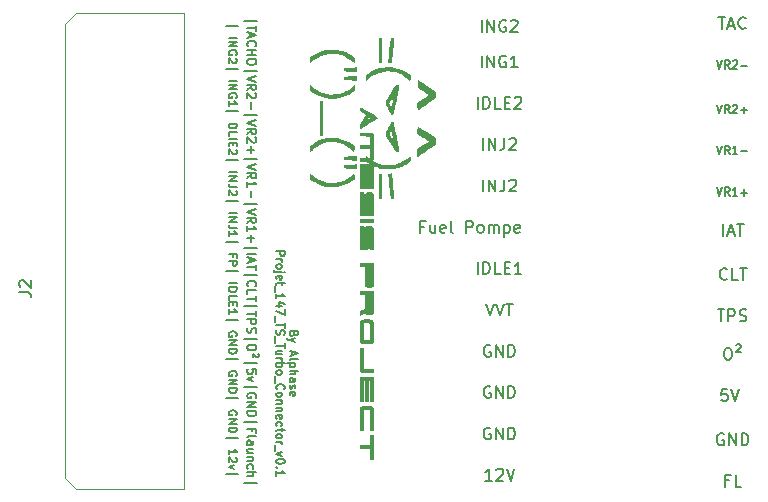
<source format=gbr>
%TF.GenerationSoftware,KiCad,Pcbnew,(6.0.0)*%
%TF.CreationDate,2022-04-26T02:16:27+02:00*%
%TF.ProjectId,Plug_Molex_microfit_3.0_To_Screew_v0.1,506c7567-5f4d-46f6-9c65-785f6d696372,rev?*%
%TF.SameCoordinates,Original*%
%TF.FileFunction,Legend,Top*%
%TF.FilePolarity,Positive*%
%FSLAX46Y46*%
G04 Gerber Fmt 4.6, Leading zero omitted, Abs format (unit mm)*
G04 Created by KiCad (PCBNEW (6.0.0)) date 2022-04-26 02:16:27*
%MOMM*%
%LPD*%
G01*
G04 APERTURE LIST*
%ADD10C,0.200000*%
%ADD11C,0.150000*%
%ADD12C,0.120000*%
G04 APERTURE END LIST*
D10*
X104857142Y-93452380D02*
X105190476Y-94452380D01*
X105523809Y-93452380D01*
X105714285Y-93452380D02*
X106047619Y-94452380D01*
X106380952Y-93452380D01*
X106571428Y-93452380D02*
X107142857Y-93452380D01*
X106857142Y-94452380D02*
X106857142Y-93452380D01*
D11*
X82850000Y-69916666D02*
X83850000Y-69916666D01*
X83083333Y-70950000D02*
X83783333Y-70950000D01*
X83083333Y-71283333D02*
X83783333Y-71283333D01*
X83083333Y-71683333D01*
X83783333Y-71683333D01*
X83750000Y-72383333D02*
X83783333Y-72316666D01*
X83783333Y-72216666D01*
X83750000Y-72116666D01*
X83683333Y-72050000D01*
X83616666Y-72016666D01*
X83483333Y-71983333D01*
X83383333Y-71983333D01*
X83250000Y-72016666D01*
X83183333Y-72050000D01*
X83116666Y-72116666D01*
X83083333Y-72216666D01*
X83083333Y-72283333D01*
X83116666Y-72383333D01*
X83150000Y-72416666D01*
X83383333Y-72416666D01*
X83383333Y-72283333D01*
X83716666Y-72683333D02*
X83750000Y-72716666D01*
X83783333Y-72783333D01*
X83783333Y-72950000D01*
X83750000Y-73016666D01*
X83716666Y-73050000D01*
X83650000Y-73083333D01*
X83583333Y-73083333D01*
X83483333Y-73050000D01*
X83083333Y-72650000D01*
X83083333Y-73083333D01*
X82850000Y-73550000D02*
X83850000Y-73550000D01*
X83083333Y-74583333D02*
X83783333Y-74583333D01*
X83083333Y-74916666D02*
X83783333Y-74916666D01*
X83083333Y-75316666D01*
X83783333Y-75316666D01*
X83750000Y-76016666D02*
X83783333Y-75950000D01*
X83783333Y-75850000D01*
X83750000Y-75750000D01*
X83683333Y-75683333D01*
X83616666Y-75650000D01*
X83483333Y-75616666D01*
X83383333Y-75616666D01*
X83250000Y-75650000D01*
X83183333Y-75683333D01*
X83116666Y-75750000D01*
X83083333Y-75850000D01*
X83083333Y-75916666D01*
X83116666Y-76016666D01*
X83150000Y-76050000D01*
X83383333Y-76050000D01*
X83383333Y-75916666D01*
X83083333Y-76716666D02*
X83083333Y-76316666D01*
X83083333Y-76516666D02*
X83783333Y-76516666D01*
X83683333Y-76450000D01*
X83616666Y-76383333D01*
X83583333Y-76316666D01*
X82850000Y-77183333D02*
X83850000Y-77183333D01*
X83083333Y-78216666D02*
X83783333Y-78216666D01*
X83783333Y-78383333D01*
X83750000Y-78483333D01*
X83683333Y-78550000D01*
X83616666Y-78583333D01*
X83483333Y-78616666D01*
X83383333Y-78616666D01*
X83250000Y-78583333D01*
X83183333Y-78550000D01*
X83116666Y-78483333D01*
X83083333Y-78383333D01*
X83083333Y-78216666D01*
X83083333Y-79250000D02*
X83083333Y-78916666D01*
X83783333Y-78916666D01*
X83083333Y-79483333D02*
X83783333Y-79483333D01*
X83450000Y-79816666D02*
X83450000Y-80050000D01*
X83083333Y-80150000D02*
X83083333Y-79816666D01*
X83783333Y-79816666D01*
X83783333Y-80150000D01*
X83716666Y-80416666D02*
X83750000Y-80450000D01*
X83783333Y-80516666D01*
X83783333Y-80683333D01*
X83750000Y-80750000D01*
X83716666Y-80783333D01*
X83650000Y-80816666D01*
X83583333Y-80816666D01*
X83483333Y-80783333D01*
X83083333Y-80383333D01*
X83083333Y-80816666D01*
X82850000Y-81283333D02*
X83850000Y-81283333D01*
X83083333Y-82316666D02*
X83783333Y-82316666D01*
X83083333Y-82650000D02*
X83783333Y-82650000D01*
X83083333Y-83050000D01*
X83783333Y-83050000D01*
X83783333Y-83583333D02*
X83283333Y-83583333D01*
X83183333Y-83550000D01*
X83116666Y-83483333D01*
X83083333Y-83383333D01*
X83083333Y-83316666D01*
X83716666Y-83883333D02*
X83750000Y-83916666D01*
X83783333Y-83983333D01*
X83783333Y-84150000D01*
X83750000Y-84216666D01*
X83716666Y-84250000D01*
X83650000Y-84283333D01*
X83583333Y-84283333D01*
X83483333Y-84250000D01*
X83083333Y-83850000D01*
X83083333Y-84283333D01*
X82850000Y-84750000D02*
X83850000Y-84750000D01*
X83083333Y-85783333D02*
X83783333Y-85783333D01*
X83083333Y-86116666D02*
X83783333Y-86116666D01*
X83083333Y-86516666D01*
X83783333Y-86516666D01*
X83783333Y-87050000D02*
X83283333Y-87050000D01*
X83183333Y-87016666D01*
X83116666Y-86950000D01*
X83083333Y-86850000D01*
X83083333Y-86783333D01*
X83083333Y-87750000D02*
X83083333Y-87350000D01*
X83083333Y-87550000D02*
X83783333Y-87550000D01*
X83683333Y-87483333D01*
X83616666Y-87416666D01*
X83583333Y-87350000D01*
X82850000Y-88216666D02*
X83850000Y-88216666D01*
X83450000Y-89483333D02*
X83450000Y-89250000D01*
X83083333Y-89250000D02*
X83783333Y-89250000D01*
X83783333Y-89583333D01*
X83083333Y-89850000D02*
X83783333Y-89850000D01*
X83783333Y-90116666D01*
X83750000Y-90183333D01*
X83716666Y-90216666D01*
X83650000Y-90250000D01*
X83550000Y-90250000D01*
X83483333Y-90216666D01*
X83450000Y-90183333D01*
X83416666Y-90116666D01*
X83416666Y-89850000D01*
X82850000Y-90716666D02*
X83850000Y-90716666D01*
X83083333Y-91750000D02*
X83783333Y-91750000D01*
X83083333Y-92083333D02*
X83783333Y-92083333D01*
X83783333Y-92250000D01*
X83750000Y-92350000D01*
X83683333Y-92416666D01*
X83616666Y-92450000D01*
X83483333Y-92483333D01*
X83383333Y-92483333D01*
X83250000Y-92450000D01*
X83183333Y-92416666D01*
X83116666Y-92350000D01*
X83083333Y-92250000D01*
X83083333Y-92083333D01*
X83083333Y-93116666D02*
X83083333Y-92783333D01*
X83783333Y-92783333D01*
X83450000Y-93350000D02*
X83450000Y-93583333D01*
X83083333Y-93683333D02*
X83083333Y-93350000D01*
X83783333Y-93350000D01*
X83783333Y-93683333D01*
X83083333Y-94350000D02*
X83083333Y-93950000D01*
X83083333Y-94150000D02*
X83783333Y-94150000D01*
X83683333Y-94083333D01*
X83616666Y-94016666D01*
X83583333Y-93950000D01*
X82850000Y-94816666D02*
X83850000Y-94816666D01*
X83750000Y-96216666D02*
X83783333Y-96150000D01*
X83783333Y-96050000D01*
X83750000Y-95950000D01*
X83683333Y-95883333D01*
X83616666Y-95850000D01*
X83483333Y-95816666D01*
X83383333Y-95816666D01*
X83250000Y-95850000D01*
X83183333Y-95883333D01*
X83116666Y-95950000D01*
X83083333Y-96050000D01*
X83083333Y-96116666D01*
X83116666Y-96216666D01*
X83150000Y-96250000D01*
X83383333Y-96250000D01*
X83383333Y-96116666D01*
X83083333Y-96550000D02*
X83783333Y-96550000D01*
X83083333Y-96950000D01*
X83783333Y-96950000D01*
X83083333Y-97283333D02*
X83783333Y-97283333D01*
X83783333Y-97450000D01*
X83750000Y-97550000D01*
X83683333Y-97616666D01*
X83616666Y-97650000D01*
X83483333Y-97683333D01*
X83383333Y-97683333D01*
X83250000Y-97650000D01*
X83183333Y-97616666D01*
X83116666Y-97550000D01*
X83083333Y-97450000D01*
X83083333Y-97283333D01*
X82850000Y-98150000D02*
X83850000Y-98150000D01*
X83750000Y-99550000D02*
X83783333Y-99483333D01*
X83783333Y-99383333D01*
X83750000Y-99283333D01*
X83683333Y-99216666D01*
X83616666Y-99183333D01*
X83483333Y-99150000D01*
X83383333Y-99150000D01*
X83250000Y-99183333D01*
X83183333Y-99216666D01*
X83116666Y-99283333D01*
X83083333Y-99383333D01*
X83083333Y-99450000D01*
X83116666Y-99550000D01*
X83150000Y-99583333D01*
X83383333Y-99583333D01*
X83383333Y-99450000D01*
X83083333Y-99883333D02*
X83783333Y-99883333D01*
X83083333Y-100283333D01*
X83783333Y-100283333D01*
X83083333Y-100616666D02*
X83783333Y-100616666D01*
X83783333Y-100783333D01*
X83750000Y-100883333D01*
X83683333Y-100950000D01*
X83616666Y-100983333D01*
X83483333Y-101016666D01*
X83383333Y-101016666D01*
X83250000Y-100983333D01*
X83183333Y-100950000D01*
X83116666Y-100883333D01*
X83083333Y-100783333D01*
X83083333Y-100616666D01*
X82850000Y-101483333D02*
X83850000Y-101483333D01*
X83750000Y-102883333D02*
X83783333Y-102816666D01*
X83783333Y-102716666D01*
X83750000Y-102616666D01*
X83683333Y-102550000D01*
X83616666Y-102516666D01*
X83483333Y-102483333D01*
X83383333Y-102483333D01*
X83250000Y-102516666D01*
X83183333Y-102550000D01*
X83116666Y-102616666D01*
X83083333Y-102716666D01*
X83083333Y-102783333D01*
X83116666Y-102883333D01*
X83150000Y-102916666D01*
X83383333Y-102916666D01*
X83383333Y-102783333D01*
X83083333Y-103216666D02*
X83783333Y-103216666D01*
X83083333Y-103616666D01*
X83783333Y-103616666D01*
X83083333Y-103950000D02*
X83783333Y-103950000D01*
X83783333Y-104116666D01*
X83750000Y-104216666D01*
X83683333Y-104283333D01*
X83616666Y-104316666D01*
X83483333Y-104350000D01*
X83383333Y-104350000D01*
X83250000Y-104316666D01*
X83183333Y-104283333D01*
X83116666Y-104216666D01*
X83083333Y-104116666D01*
X83083333Y-103950000D01*
X82850000Y-104816666D02*
X83850000Y-104816666D01*
X83083333Y-106216666D02*
X83083333Y-105816666D01*
X83083333Y-106016666D02*
X83783333Y-106016666D01*
X83683333Y-105950000D01*
X83616666Y-105883333D01*
X83583333Y-105816666D01*
X83716666Y-106483333D02*
X83750000Y-106516666D01*
X83783333Y-106583333D01*
X83783333Y-106750000D01*
X83750000Y-106816666D01*
X83716666Y-106850000D01*
X83650000Y-106883333D01*
X83583333Y-106883333D01*
X83483333Y-106850000D01*
X83083333Y-106450000D01*
X83083333Y-106883333D01*
X83550000Y-107116666D02*
X83083333Y-107283333D01*
X83550000Y-107450000D01*
X82850000Y-107883333D02*
X83850000Y-107883333D01*
D10*
X104500000Y-70452380D02*
X104500000Y-69452380D01*
X104976190Y-70452380D02*
X104976190Y-69452380D01*
X105547619Y-70452380D01*
X105547619Y-69452380D01*
X106547619Y-69500000D02*
X106452380Y-69452380D01*
X106309523Y-69452380D01*
X106166666Y-69500000D01*
X106071428Y-69595238D01*
X106023809Y-69690476D01*
X105976190Y-69880952D01*
X105976190Y-70023809D01*
X106023809Y-70214285D01*
X106071428Y-70309523D01*
X106166666Y-70404761D01*
X106309523Y-70452380D01*
X106404761Y-70452380D01*
X106547619Y-70404761D01*
X106595238Y-70357142D01*
X106595238Y-70023809D01*
X106404761Y-70023809D01*
X106976190Y-69547619D02*
X107023809Y-69500000D01*
X107119047Y-69452380D01*
X107357142Y-69452380D01*
X107452380Y-69500000D01*
X107500000Y-69547619D01*
X107547619Y-69642857D01*
X107547619Y-69738095D01*
X107500000Y-69880952D01*
X106928571Y-70452380D01*
X107547619Y-70452380D01*
X124988095Y-104500000D02*
X124892857Y-104452380D01*
X124750000Y-104452380D01*
X124607142Y-104500000D01*
X124511904Y-104595238D01*
X124464285Y-104690476D01*
X124416666Y-104880952D01*
X124416666Y-105023809D01*
X124464285Y-105214285D01*
X124511904Y-105309523D01*
X124607142Y-105404761D01*
X124750000Y-105452380D01*
X124845238Y-105452380D01*
X124988095Y-105404761D01*
X125035714Y-105357142D01*
X125035714Y-105023809D01*
X124845238Y-105023809D01*
X125464285Y-105452380D02*
X125464285Y-104452380D01*
X126035714Y-105452380D01*
X126035714Y-104452380D01*
X126511904Y-105452380D02*
X126511904Y-104452380D01*
X126750000Y-104452380D01*
X126892857Y-104500000D01*
X126988095Y-104595238D01*
X127035714Y-104690476D01*
X127083333Y-104880952D01*
X127083333Y-105023809D01*
X127035714Y-105214285D01*
X126988095Y-105309523D01*
X126892857Y-105404761D01*
X126750000Y-105452380D01*
X126511904Y-105452380D01*
D11*
X124400000Y-80116666D02*
X124633333Y-80816666D01*
X124866666Y-80116666D01*
X125500000Y-80816666D02*
X125266666Y-80483333D01*
X125100000Y-80816666D02*
X125100000Y-80116666D01*
X125366666Y-80116666D01*
X125433333Y-80150000D01*
X125466666Y-80183333D01*
X125500000Y-80250000D01*
X125500000Y-80350000D01*
X125466666Y-80416666D01*
X125433333Y-80450000D01*
X125366666Y-80483333D01*
X125100000Y-80483333D01*
X126166666Y-80816666D02*
X125766666Y-80816666D01*
X125966666Y-80816666D02*
X125966666Y-80116666D01*
X125900000Y-80216666D01*
X125833333Y-80283333D01*
X125766666Y-80316666D01*
X126466666Y-80550000D02*
X127000000Y-80550000D01*
D10*
X105238095Y-104000000D02*
X105142857Y-103952380D01*
X105000000Y-103952380D01*
X104857142Y-104000000D01*
X104761904Y-104095238D01*
X104714285Y-104190476D01*
X104666666Y-104380952D01*
X104666666Y-104523809D01*
X104714285Y-104714285D01*
X104761904Y-104809523D01*
X104857142Y-104904761D01*
X105000000Y-104952380D01*
X105095238Y-104952380D01*
X105238095Y-104904761D01*
X105285714Y-104857142D01*
X105285714Y-104523809D01*
X105095238Y-104523809D01*
X105714285Y-104952380D02*
X105714285Y-103952380D01*
X106285714Y-104952380D01*
X106285714Y-103952380D01*
X106761904Y-104952380D02*
X106761904Y-103952380D01*
X107000000Y-103952380D01*
X107142857Y-104000000D01*
X107238095Y-104095238D01*
X107285714Y-104190476D01*
X107333333Y-104380952D01*
X107333333Y-104523809D01*
X107285714Y-104714285D01*
X107238095Y-104809523D01*
X107142857Y-104904761D01*
X107000000Y-104952380D01*
X106761904Y-104952380D01*
X104166666Y-76952380D02*
X104166666Y-75952380D01*
X104642857Y-76952380D02*
X104642857Y-75952380D01*
X104880952Y-75952380D01*
X105023809Y-76000000D01*
X105119047Y-76095238D01*
X105166666Y-76190476D01*
X105214285Y-76380952D01*
X105214285Y-76523809D01*
X105166666Y-76714285D01*
X105119047Y-76809523D01*
X105023809Y-76904761D01*
X104880952Y-76952380D01*
X104642857Y-76952380D01*
X106119047Y-76952380D02*
X105642857Y-76952380D01*
X105642857Y-75952380D01*
X106452380Y-76428571D02*
X106785714Y-76428571D01*
X106928571Y-76952380D02*
X106452380Y-76952380D01*
X106452380Y-75952380D01*
X106928571Y-75952380D01*
X107309523Y-76047619D02*
X107357142Y-76000000D01*
X107452380Y-75952380D01*
X107690476Y-75952380D01*
X107785714Y-76000000D01*
X107833333Y-76047619D01*
X107880952Y-76142857D01*
X107880952Y-76238095D01*
X107833333Y-76380952D01*
X107261904Y-76952380D01*
X107880952Y-76952380D01*
D11*
X124400000Y-72866666D02*
X124633333Y-73566666D01*
X124866666Y-72866666D01*
X125500000Y-73566666D02*
X125266666Y-73233333D01*
X125100000Y-73566666D02*
X125100000Y-72866666D01*
X125366666Y-72866666D01*
X125433333Y-72900000D01*
X125466666Y-72933333D01*
X125500000Y-73000000D01*
X125500000Y-73100000D01*
X125466666Y-73166666D01*
X125433333Y-73200000D01*
X125366666Y-73233333D01*
X125100000Y-73233333D01*
X125766666Y-72933333D02*
X125800000Y-72900000D01*
X125866666Y-72866666D01*
X126033333Y-72866666D01*
X126100000Y-72900000D01*
X126133333Y-72933333D01*
X126166666Y-73000000D01*
X126166666Y-73066666D01*
X126133333Y-73166666D01*
X125733333Y-73566666D01*
X126166666Y-73566666D01*
X126466666Y-73300000D02*
X127000000Y-73300000D01*
D10*
X124940476Y-87702380D02*
X124940476Y-86702380D01*
X125369047Y-87416666D02*
X125845238Y-87416666D01*
X125273809Y-87702380D02*
X125607142Y-86702380D01*
X125940476Y-87702380D01*
X126130952Y-86702380D02*
X126702380Y-86702380D01*
X126416666Y-87702380D02*
X126416666Y-86702380D01*
X124535714Y-69202380D02*
X125107142Y-69202380D01*
X124821428Y-70202380D02*
X124821428Y-69202380D01*
X125392857Y-69916666D02*
X125869047Y-69916666D01*
X125297619Y-70202380D02*
X125630952Y-69202380D01*
X125964285Y-70202380D01*
X126869047Y-70107142D02*
X126821428Y-70154761D01*
X126678571Y-70202380D01*
X126583333Y-70202380D01*
X126440476Y-70154761D01*
X126345238Y-70059523D01*
X126297619Y-69964285D01*
X126250000Y-69773809D01*
X126250000Y-69630952D01*
X126297619Y-69440476D01*
X126345238Y-69345238D01*
X126440476Y-69250000D01*
X126583333Y-69202380D01*
X126678571Y-69202380D01*
X126821428Y-69250000D01*
X126869047Y-69297619D01*
X125309523Y-100702380D02*
X124833333Y-100702380D01*
X124785714Y-101178571D01*
X124833333Y-101130952D01*
X124928571Y-101083333D01*
X125166666Y-101083333D01*
X125261904Y-101130952D01*
X125309523Y-101178571D01*
X125357142Y-101273809D01*
X125357142Y-101511904D01*
X125309523Y-101607142D01*
X125261904Y-101654761D01*
X125166666Y-101702380D01*
X124928571Y-101702380D01*
X124833333Y-101654761D01*
X124785714Y-101607142D01*
X125642857Y-100702380D02*
X125976190Y-101702380D01*
X126309523Y-100702380D01*
D11*
X124400000Y-83616666D02*
X124633333Y-84316666D01*
X124866666Y-83616666D01*
X125500000Y-84316666D02*
X125266666Y-83983333D01*
X125100000Y-84316666D02*
X125100000Y-83616666D01*
X125366666Y-83616666D01*
X125433333Y-83650000D01*
X125466666Y-83683333D01*
X125500000Y-83750000D01*
X125500000Y-83850000D01*
X125466666Y-83916666D01*
X125433333Y-83950000D01*
X125366666Y-83983333D01*
X125100000Y-83983333D01*
X126166666Y-84316666D02*
X125766666Y-84316666D01*
X125966666Y-84316666D02*
X125966666Y-83616666D01*
X125900000Y-83716666D01*
X125833333Y-83783333D01*
X125766666Y-83816666D01*
X126466666Y-84050000D02*
X127000000Y-84050000D01*
X126733333Y-84316666D02*
X126733333Y-83783333D01*
D10*
X105238095Y-100500000D02*
X105142857Y-100452380D01*
X105000000Y-100452380D01*
X104857142Y-100500000D01*
X104761904Y-100595238D01*
X104714285Y-100690476D01*
X104666666Y-100880952D01*
X104666666Y-101023809D01*
X104714285Y-101214285D01*
X104761904Y-101309523D01*
X104857142Y-101404761D01*
X105000000Y-101452380D01*
X105095238Y-101452380D01*
X105238095Y-101404761D01*
X105285714Y-101357142D01*
X105285714Y-101023809D01*
X105095238Y-101023809D01*
X105714285Y-101452380D02*
X105714285Y-100452380D01*
X106285714Y-101452380D01*
X106285714Y-100452380D01*
X106761904Y-101452380D02*
X106761904Y-100452380D01*
X107000000Y-100452380D01*
X107142857Y-100500000D01*
X107238095Y-100595238D01*
X107285714Y-100690476D01*
X107333333Y-100880952D01*
X107333333Y-101023809D01*
X107285714Y-101214285D01*
X107238095Y-101309523D01*
X107142857Y-101404761D01*
X107000000Y-101452380D01*
X106761904Y-101452380D01*
D11*
X124400000Y-76616666D02*
X124633333Y-77316666D01*
X124866666Y-76616666D01*
X125500000Y-77316666D02*
X125266666Y-76983333D01*
X125100000Y-77316666D02*
X125100000Y-76616666D01*
X125366666Y-76616666D01*
X125433333Y-76650000D01*
X125466666Y-76683333D01*
X125500000Y-76750000D01*
X125500000Y-76850000D01*
X125466666Y-76916666D01*
X125433333Y-76950000D01*
X125366666Y-76983333D01*
X125100000Y-76983333D01*
X125766666Y-76683333D02*
X125800000Y-76650000D01*
X125866666Y-76616666D01*
X126033333Y-76616666D01*
X126100000Y-76650000D01*
X126133333Y-76683333D01*
X126166666Y-76750000D01*
X126166666Y-76816666D01*
X126133333Y-76916666D01*
X125733333Y-77316666D01*
X126166666Y-77316666D01*
X126466666Y-77050000D02*
X127000000Y-77050000D01*
X126733333Y-77316666D02*
X126733333Y-76783333D01*
D10*
X125273809Y-97202380D02*
X125464285Y-97202380D01*
X125559523Y-97250000D01*
X125654761Y-97345238D01*
X125702380Y-97535714D01*
X125702380Y-97869047D01*
X125654761Y-98059523D01*
X125559523Y-98154761D01*
X125464285Y-98202380D01*
X125273809Y-98202380D01*
X125178571Y-98154761D01*
X125083333Y-98059523D01*
X125035714Y-97869047D01*
X125035714Y-97535714D01*
X125083333Y-97345238D01*
X125178571Y-97250000D01*
X125273809Y-97202380D01*
X126083333Y-96964285D02*
X126178571Y-96916666D01*
X126321428Y-96916666D01*
X126416666Y-96964285D01*
X126464285Y-97059523D01*
X126464285Y-97154761D01*
X126416666Y-97250000D01*
X126083333Y-97583333D01*
X126464285Y-97583333D01*
X124488095Y-93952380D02*
X125059523Y-93952380D01*
X124773809Y-94952380D02*
X124773809Y-93952380D01*
X125392857Y-94952380D02*
X125392857Y-93952380D01*
X125773809Y-93952380D01*
X125869047Y-94000000D01*
X125916666Y-94047619D01*
X125964285Y-94142857D01*
X125964285Y-94285714D01*
X125916666Y-94380952D01*
X125869047Y-94428571D01*
X125773809Y-94476190D01*
X125392857Y-94476190D01*
X126345238Y-94904761D02*
X126488095Y-94952380D01*
X126726190Y-94952380D01*
X126821428Y-94904761D01*
X126869047Y-94857142D01*
X126916666Y-94761904D01*
X126916666Y-94666666D01*
X126869047Y-94571428D01*
X126821428Y-94523809D01*
X126726190Y-94476190D01*
X126535714Y-94428571D01*
X126440476Y-94380952D01*
X126392857Y-94333333D01*
X126345238Y-94238095D01*
X126345238Y-94142857D01*
X126392857Y-94047619D01*
X126440476Y-94000000D01*
X126535714Y-93952380D01*
X126773809Y-93952380D01*
X126916666Y-94000000D01*
X104619047Y-83952380D02*
X104619047Y-82952380D01*
X105095238Y-83952380D02*
X105095238Y-82952380D01*
X105666666Y-83952380D01*
X105666666Y-82952380D01*
X106428571Y-82952380D02*
X106428571Y-83666666D01*
X106380952Y-83809523D01*
X106285714Y-83904761D01*
X106142857Y-83952380D01*
X106047619Y-83952380D01*
X106857142Y-83047619D02*
X106904761Y-83000000D01*
X107000000Y-82952380D01*
X107238095Y-82952380D01*
X107333333Y-83000000D01*
X107380952Y-83047619D01*
X107428571Y-83142857D01*
X107428571Y-83238095D01*
X107380952Y-83380952D01*
X106809523Y-83952380D01*
X107428571Y-83952380D01*
D11*
X84410714Y-69496428D02*
X85482142Y-69496428D01*
X85410714Y-69925000D02*
X85410714Y-70353571D01*
X84660714Y-70139285D02*
X85410714Y-70139285D01*
X84875000Y-70567857D02*
X84875000Y-70925000D01*
X84660714Y-70496428D02*
X85410714Y-70746428D01*
X84660714Y-70996428D01*
X84732142Y-71675000D02*
X84696428Y-71639285D01*
X84660714Y-71532142D01*
X84660714Y-71460714D01*
X84696428Y-71353571D01*
X84767857Y-71282142D01*
X84839285Y-71246428D01*
X84982142Y-71210714D01*
X85089285Y-71210714D01*
X85232142Y-71246428D01*
X85303571Y-71282142D01*
X85375000Y-71353571D01*
X85410714Y-71460714D01*
X85410714Y-71532142D01*
X85375000Y-71639285D01*
X85339285Y-71675000D01*
X84660714Y-71996428D02*
X85410714Y-71996428D01*
X85053571Y-71996428D02*
X85053571Y-72425000D01*
X84660714Y-72425000D02*
X85410714Y-72425000D01*
X85410714Y-72925000D02*
X85410714Y-73067857D01*
X85375000Y-73139285D01*
X85303571Y-73210714D01*
X85160714Y-73246428D01*
X84910714Y-73246428D01*
X84767857Y-73210714D01*
X84696428Y-73139285D01*
X84660714Y-73067857D01*
X84660714Y-72925000D01*
X84696428Y-72853571D01*
X84767857Y-72782142D01*
X84910714Y-72746428D01*
X85160714Y-72746428D01*
X85303571Y-72782142D01*
X85375000Y-72853571D01*
X85410714Y-72925000D01*
X84410714Y-73746428D02*
X85482142Y-73746428D01*
X85410714Y-74175000D02*
X84660714Y-74425000D01*
X85410714Y-74675000D01*
X84660714Y-75353571D02*
X85017857Y-75103571D01*
X84660714Y-74925000D02*
X85410714Y-74925000D01*
X85410714Y-75210714D01*
X85375000Y-75282142D01*
X85339285Y-75317857D01*
X85267857Y-75353571D01*
X85160714Y-75353571D01*
X85089285Y-75317857D01*
X85053571Y-75282142D01*
X85017857Y-75210714D01*
X85017857Y-74925000D01*
X85339285Y-75639285D02*
X85375000Y-75675000D01*
X85410714Y-75746428D01*
X85410714Y-75925000D01*
X85375000Y-75996428D01*
X85339285Y-76032142D01*
X85267857Y-76067857D01*
X85196428Y-76067857D01*
X85089285Y-76032142D01*
X84660714Y-75603571D01*
X84660714Y-76067857D01*
X84946428Y-76389285D02*
X84946428Y-76960714D01*
X84410714Y-77496428D02*
X85482142Y-77496428D01*
X85410714Y-77925000D02*
X84660714Y-78175000D01*
X85410714Y-78425000D01*
X84660714Y-79103571D02*
X85017857Y-78853571D01*
X84660714Y-78675000D02*
X85410714Y-78675000D01*
X85410714Y-78960714D01*
X85375000Y-79032142D01*
X85339285Y-79067857D01*
X85267857Y-79103571D01*
X85160714Y-79103571D01*
X85089285Y-79067857D01*
X85053571Y-79032142D01*
X85017857Y-78960714D01*
X85017857Y-78675000D01*
X85339285Y-79389285D02*
X85375000Y-79425000D01*
X85410714Y-79496428D01*
X85410714Y-79675000D01*
X85375000Y-79746428D01*
X85339285Y-79782142D01*
X85267857Y-79817857D01*
X85196428Y-79817857D01*
X85089285Y-79782142D01*
X84660714Y-79353571D01*
X84660714Y-79817857D01*
X84946428Y-80139285D02*
X84946428Y-80710714D01*
X84660714Y-80425000D02*
X85232142Y-80425000D01*
X84410714Y-81246428D02*
X85482142Y-81246428D01*
X85410714Y-81675000D02*
X84660714Y-81925000D01*
X85410714Y-82175000D01*
X84660714Y-82853571D02*
X85017857Y-82603571D01*
X84660714Y-82425000D02*
X85410714Y-82425000D01*
X85410714Y-82710714D01*
X85375000Y-82782142D01*
X85339285Y-82817857D01*
X85267857Y-82853571D01*
X85160714Y-82853571D01*
X85089285Y-82817857D01*
X85053571Y-82782142D01*
X85017857Y-82710714D01*
X85017857Y-82425000D01*
X84660714Y-83567857D02*
X84660714Y-83139285D01*
X84660714Y-83353571D02*
X85410714Y-83353571D01*
X85303571Y-83282142D01*
X85232142Y-83210714D01*
X85196428Y-83139285D01*
X84946428Y-83889285D02*
X84946428Y-84460714D01*
X84410714Y-84996428D02*
X85482142Y-84996428D01*
X85410714Y-85425000D02*
X84660714Y-85675000D01*
X85410714Y-85925000D01*
X84660714Y-86603571D02*
X85017857Y-86353571D01*
X84660714Y-86175000D02*
X85410714Y-86175000D01*
X85410714Y-86460714D01*
X85375000Y-86532142D01*
X85339285Y-86567857D01*
X85267857Y-86603571D01*
X85160714Y-86603571D01*
X85089285Y-86567857D01*
X85053571Y-86532142D01*
X85017857Y-86460714D01*
X85017857Y-86175000D01*
X84660714Y-87317857D02*
X84660714Y-86889285D01*
X84660714Y-87103571D02*
X85410714Y-87103571D01*
X85303571Y-87032142D01*
X85232142Y-86960714D01*
X85196428Y-86889285D01*
X84946428Y-87639285D02*
X84946428Y-88210714D01*
X84660714Y-87925000D02*
X85232142Y-87925000D01*
X84410714Y-88746428D02*
X85482142Y-88746428D01*
X84660714Y-89282142D02*
X85410714Y-89282142D01*
X84875000Y-89603571D02*
X84875000Y-89960714D01*
X84660714Y-89532142D02*
X85410714Y-89782142D01*
X84660714Y-90032142D01*
X85410714Y-90175000D02*
X85410714Y-90603571D01*
X84660714Y-90389285D02*
X85410714Y-90389285D01*
X84410714Y-91032142D02*
X85482142Y-91032142D01*
X84732142Y-91996428D02*
X84696428Y-91960714D01*
X84660714Y-91853571D01*
X84660714Y-91782142D01*
X84696428Y-91675000D01*
X84767857Y-91603571D01*
X84839285Y-91567857D01*
X84982142Y-91532142D01*
X85089285Y-91532142D01*
X85232142Y-91567857D01*
X85303571Y-91603571D01*
X85375000Y-91675000D01*
X85410714Y-91782142D01*
X85410714Y-91853571D01*
X85375000Y-91960714D01*
X85339285Y-91996428D01*
X84660714Y-92675000D02*
X84660714Y-92317857D01*
X85410714Y-92317857D01*
X85410714Y-92817857D02*
X85410714Y-93246428D01*
X84660714Y-93032142D02*
X85410714Y-93032142D01*
X84410714Y-93675000D02*
X85482142Y-93675000D01*
X85410714Y-94103571D02*
X85410714Y-94532142D01*
X84660714Y-94317857D02*
X85410714Y-94317857D01*
X84660714Y-94782142D02*
X85410714Y-94782142D01*
X85410714Y-95067857D01*
X85375000Y-95139285D01*
X85339285Y-95175000D01*
X85267857Y-95210714D01*
X85160714Y-95210714D01*
X85089285Y-95175000D01*
X85053571Y-95139285D01*
X85017857Y-95067857D01*
X85017857Y-94782142D01*
X84696428Y-95496428D02*
X84660714Y-95603571D01*
X84660714Y-95782142D01*
X84696428Y-95853571D01*
X84732142Y-95889285D01*
X84803571Y-95925000D01*
X84875000Y-95925000D01*
X84946428Y-95889285D01*
X84982142Y-95853571D01*
X85017857Y-95782142D01*
X85053571Y-95639285D01*
X85089285Y-95567857D01*
X85125000Y-95532142D01*
X85196428Y-95496428D01*
X85267857Y-95496428D01*
X85339285Y-95532142D01*
X85375000Y-95567857D01*
X85410714Y-95639285D01*
X85410714Y-95817857D01*
X85375000Y-95925000D01*
X84410714Y-96425000D02*
X85482142Y-96425000D01*
X85410714Y-97103571D02*
X85410714Y-97246428D01*
X85375000Y-97317857D01*
X85303571Y-97389285D01*
X85160714Y-97425000D01*
X84910714Y-97425000D01*
X84767857Y-97389285D01*
X84696428Y-97317857D01*
X84660714Y-97246428D01*
X84660714Y-97103571D01*
X84696428Y-97032142D01*
X84767857Y-96960714D01*
X84910714Y-96925000D01*
X85160714Y-96925000D01*
X85303571Y-96960714D01*
X85375000Y-97032142D01*
X85410714Y-97103571D01*
X85589285Y-97710714D02*
X85625000Y-97782142D01*
X85625000Y-97889285D01*
X85589285Y-97960714D01*
X85517857Y-97996428D01*
X85446428Y-97996428D01*
X85375000Y-97960714D01*
X85125000Y-97710714D01*
X85125000Y-97996428D01*
X84410714Y-98496428D02*
X85482142Y-98496428D01*
X85410714Y-99389285D02*
X85410714Y-99032142D01*
X85053571Y-98996428D01*
X85089285Y-99032142D01*
X85125000Y-99103571D01*
X85125000Y-99282142D01*
X85089285Y-99353571D01*
X85053571Y-99389285D01*
X84982142Y-99425000D01*
X84803571Y-99425000D01*
X84732142Y-99389285D01*
X84696428Y-99353571D01*
X84660714Y-99282142D01*
X84660714Y-99103571D01*
X84696428Y-99032142D01*
X84732142Y-98996428D01*
X85160714Y-99675000D02*
X84660714Y-99853571D01*
X85160714Y-100032142D01*
X84410714Y-100496428D02*
X85482142Y-100496428D01*
X85375000Y-101425000D02*
X85410714Y-101353571D01*
X85410714Y-101246428D01*
X85375000Y-101139285D01*
X85303571Y-101067857D01*
X85232142Y-101032142D01*
X85089285Y-100996428D01*
X84982142Y-100996428D01*
X84839285Y-101032142D01*
X84767857Y-101067857D01*
X84696428Y-101139285D01*
X84660714Y-101246428D01*
X84660714Y-101317857D01*
X84696428Y-101425000D01*
X84732142Y-101460714D01*
X84982142Y-101460714D01*
X84982142Y-101317857D01*
X84660714Y-101782142D02*
X85410714Y-101782142D01*
X84660714Y-102210714D01*
X85410714Y-102210714D01*
X84660714Y-102567857D02*
X85410714Y-102567857D01*
X85410714Y-102746428D01*
X85375000Y-102853571D01*
X85303571Y-102925000D01*
X85232142Y-102960714D01*
X85089285Y-102996428D01*
X84982142Y-102996428D01*
X84839285Y-102960714D01*
X84767857Y-102925000D01*
X84696428Y-102853571D01*
X84660714Y-102746428D01*
X84660714Y-102567857D01*
X84410714Y-103496428D02*
X85482142Y-103496428D01*
X85053571Y-104282142D02*
X85053571Y-104032142D01*
X84660714Y-104032142D02*
X85410714Y-104032142D01*
X85410714Y-104389285D01*
X84660714Y-104782142D02*
X84696428Y-104710714D01*
X84767857Y-104675000D01*
X85410714Y-104675000D01*
X84660714Y-105389285D02*
X85053571Y-105389285D01*
X85125000Y-105353571D01*
X85160714Y-105282142D01*
X85160714Y-105139285D01*
X85125000Y-105067857D01*
X84696428Y-105389285D02*
X84660714Y-105317857D01*
X84660714Y-105139285D01*
X84696428Y-105067857D01*
X84767857Y-105032142D01*
X84839285Y-105032142D01*
X84910714Y-105067857D01*
X84946428Y-105139285D01*
X84946428Y-105317857D01*
X84982142Y-105389285D01*
X85160714Y-106067857D02*
X84660714Y-106067857D01*
X85160714Y-105746428D02*
X84767857Y-105746428D01*
X84696428Y-105782142D01*
X84660714Y-105853571D01*
X84660714Y-105960714D01*
X84696428Y-106032142D01*
X84732142Y-106067857D01*
X85160714Y-106425000D02*
X84660714Y-106425000D01*
X85089285Y-106425000D02*
X85125000Y-106460714D01*
X85160714Y-106532142D01*
X85160714Y-106639285D01*
X85125000Y-106710714D01*
X85053571Y-106746428D01*
X84660714Y-106746428D01*
X84696428Y-107425000D02*
X84660714Y-107353571D01*
X84660714Y-107210714D01*
X84696428Y-107139285D01*
X84732142Y-107103571D01*
X84803571Y-107067857D01*
X85017857Y-107067857D01*
X85089285Y-107103571D01*
X85125000Y-107139285D01*
X85160714Y-107210714D01*
X85160714Y-107353571D01*
X85125000Y-107425000D01*
X84660714Y-107746428D02*
X85410714Y-107746428D01*
X84660714Y-108067857D02*
X85053571Y-108067857D01*
X85125000Y-108032142D01*
X85160714Y-107960714D01*
X85160714Y-107853571D01*
X85125000Y-107782142D01*
X85089285Y-107746428D01*
X84410714Y-108603571D02*
X85482142Y-108603571D01*
D10*
X99619047Y-86928571D02*
X99285714Y-86928571D01*
X99285714Y-87452380D02*
X99285714Y-86452380D01*
X99761904Y-86452380D01*
X100571428Y-86785714D02*
X100571428Y-87452380D01*
X100142857Y-86785714D02*
X100142857Y-87309523D01*
X100190476Y-87404761D01*
X100285714Y-87452380D01*
X100428571Y-87452380D01*
X100523809Y-87404761D01*
X100571428Y-87357142D01*
X101428571Y-87404761D02*
X101333333Y-87452380D01*
X101142857Y-87452380D01*
X101047619Y-87404761D01*
X101000000Y-87309523D01*
X101000000Y-86928571D01*
X101047619Y-86833333D01*
X101142857Y-86785714D01*
X101333333Y-86785714D01*
X101428571Y-86833333D01*
X101476190Y-86928571D01*
X101476190Y-87023809D01*
X101000000Y-87119047D01*
X102047619Y-87452380D02*
X101952380Y-87404761D01*
X101904761Y-87309523D01*
X101904761Y-86452380D01*
X103190476Y-87452380D02*
X103190476Y-86452380D01*
X103571428Y-86452380D01*
X103666666Y-86500000D01*
X103714285Y-86547619D01*
X103761904Y-86642857D01*
X103761904Y-86785714D01*
X103714285Y-86880952D01*
X103666666Y-86928571D01*
X103571428Y-86976190D01*
X103190476Y-86976190D01*
X104333333Y-87452380D02*
X104238095Y-87404761D01*
X104190476Y-87357142D01*
X104142857Y-87261904D01*
X104142857Y-86976190D01*
X104190476Y-86880952D01*
X104238095Y-86833333D01*
X104333333Y-86785714D01*
X104476190Y-86785714D01*
X104571428Y-86833333D01*
X104619047Y-86880952D01*
X104666666Y-86976190D01*
X104666666Y-87261904D01*
X104619047Y-87357142D01*
X104571428Y-87404761D01*
X104476190Y-87452380D01*
X104333333Y-87452380D01*
X105095238Y-87452380D02*
X105095238Y-86785714D01*
X105095238Y-86880952D02*
X105142857Y-86833333D01*
X105238095Y-86785714D01*
X105380952Y-86785714D01*
X105476190Y-86833333D01*
X105523809Y-86928571D01*
X105523809Y-87452380D01*
X105523809Y-86928571D02*
X105571428Y-86833333D01*
X105666666Y-86785714D01*
X105809523Y-86785714D01*
X105904761Y-86833333D01*
X105952380Y-86928571D01*
X105952380Y-87452380D01*
X106428571Y-86785714D02*
X106428571Y-87785714D01*
X106428571Y-86833333D02*
X106523809Y-86785714D01*
X106714285Y-86785714D01*
X106809523Y-86833333D01*
X106857142Y-86880952D01*
X106904761Y-86976190D01*
X106904761Y-87261904D01*
X106857142Y-87357142D01*
X106809523Y-87404761D01*
X106714285Y-87452380D01*
X106523809Y-87452380D01*
X106428571Y-87404761D01*
X107714285Y-87404761D02*
X107619047Y-87452380D01*
X107428571Y-87452380D01*
X107333333Y-87404761D01*
X107285714Y-87309523D01*
X107285714Y-86928571D01*
X107333333Y-86833333D01*
X107428571Y-86785714D01*
X107619047Y-86785714D01*
X107714285Y-86833333D01*
X107761904Y-86928571D01*
X107761904Y-87023809D01*
X107285714Y-87119047D01*
X104166666Y-90952380D02*
X104166666Y-89952380D01*
X104642857Y-90952380D02*
X104642857Y-89952380D01*
X104880952Y-89952380D01*
X105023809Y-90000000D01*
X105119047Y-90095238D01*
X105166666Y-90190476D01*
X105214285Y-90380952D01*
X105214285Y-90523809D01*
X105166666Y-90714285D01*
X105119047Y-90809523D01*
X105023809Y-90904761D01*
X104880952Y-90952380D01*
X104642857Y-90952380D01*
X106119047Y-90952380D02*
X105642857Y-90952380D01*
X105642857Y-89952380D01*
X106452380Y-90428571D02*
X106785714Y-90428571D01*
X106928571Y-90952380D02*
X106452380Y-90952380D01*
X106452380Y-89952380D01*
X106928571Y-89952380D01*
X107880952Y-90952380D02*
X107309523Y-90952380D01*
X107595238Y-90952380D02*
X107595238Y-89952380D01*
X107500000Y-90095238D01*
X107404761Y-90190476D01*
X107309523Y-90238095D01*
D11*
X88613500Y-96000000D02*
X88580166Y-96100000D01*
X88546833Y-96133333D01*
X88480166Y-96166666D01*
X88380166Y-96166666D01*
X88313500Y-96133333D01*
X88280166Y-96100000D01*
X88246833Y-96033333D01*
X88246833Y-95766666D01*
X88946833Y-95766666D01*
X88946833Y-96000000D01*
X88913500Y-96066666D01*
X88880166Y-96100000D01*
X88813500Y-96133333D01*
X88746833Y-96133333D01*
X88680166Y-96100000D01*
X88646833Y-96066666D01*
X88613500Y-96000000D01*
X88613500Y-95766666D01*
X88713500Y-96400000D02*
X88246833Y-96566666D01*
X88713500Y-96733333D02*
X88246833Y-96566666D01*
X88080166Y-96500000D01*
X88046833Y-96466666D01*
X88013500Y-96400000D01*
X88446833Y-97500000D02*
X88446833Y-97833333D01*
X88246833Y-97433333D02*
X88946833Y-97666666D01*
X88246833Y-97900000D01*
X88246833Y-98233333D02*
X88280166Y-98166666D01*
X88346833Y-98133333D01*
X88946833Y-98133333D01*
X88713500Y-98500000D02*
X88013500Y-98500000D01*
X88680166Y-98500000D02*
X88713500Y-98566666D01*
X88713500Y-98700000D01*
X88680166Y-98766666D01*
X88646833Y-98800000D01*
X88580166Y-98833333D01*
X88380166Y-98833333D01*
X88313500Y-98800000D01*
X88280166Y-98766666D01*
X88246833Y-98700000D01*
X88246833Y-98566666D01*
X88280166Y-98500000D01*
X88246833Y-99133333D02*
X88946833Y-99133333D01*
X88246833Y-99433333D02*
X88613500Y-99433333D01*
X88680166Y-99400000D01*
X88713500Y-99333333D01*
X88713500Y-99233333D01*
X88680166Y-99166666D01*
X88646833Y-99133333D01*
X88246833Y-100066666D02*
X88613500Y-100066666D01*
X88680166Y-100033333D01*
X88713500Y-99966666D01*
X88713500Y-99833333D01*
X88680166Y-99766666D01*
X88280166Y-100066666D02*
X88246833Y-100000000D01*
X88246833Y-99833333D01*
X88280166Y-99766666D01*
X88346833Y-99733333D01*
X88413500Y-99733333D01*
X88480166Y-99766666D01*
X88513500Y-99833333D01*
X88513500Y-100000000D01*
X88546833Y-100066666D01*
X88280166Y-100366666D02*
X88246833Y-100433333D01*
X88246833Y-100566666D01*
X88280166Y-100633333D01*
X88346833Y-100666666D01*
X88380166Y-100666666D01*
X88446833Y-100633333D01*
X88480166Y-100566666D01*
X88480166Y-100466666D01*
X88513500Y-100400000D01*
X88580166Y-100366666D01*
X88613500Y-100366666D01*
X88680166Y-100400000D01*
X88713500Y-100466666D01*
X88713500Y-100566666D01*
X88680166Y-100633333D01*
X88280166Y-101233333D02*
X88246833Y-101166666D01*
X88246833Y-101033333D01*
X88280166Y-100966666D01*
X88346833Y-100933333D01*
X88613500Y-100933333D01*
X88680166Y-100966666D01*
X88713500Y-101033333D01*
X88713500Y-101166666D01*
X88680166Y-101233333D01*
X88613500Y-101266666D01*
X88546833Y-101266666D01*
X88480166Y-100933333D01*
X87119833Y-89016666D02*
X87819833Y-89016666D01*
X87819833Y-89283333D01*
X87786500Y-89350000D01*
X87753166Y-89383333D01*
X87686500Y-89416666D01*
X87586500Y-89416666D01*
X87519833Y-89383333D01*
X87486500Y-89350000D01*
X87453166Y-89283333D01*
X87453166Y-89016666D01*
X87119833Y-89716666D02*
X87586500Y-89716666D01*
X87453166Y-89716666D02*
X87519833Y-89750000D01*
X87553166Y-89783333D01*
X87586500Y-89850000D01*
X87586500Y-89916666D01*
X87119833Y-90250000D02*
X87153166Y-90183333D01*
X87186500Y-90150000D01*
X87253166Y-90116666D01*
X87453166Y-90116666D01*
X87519833Y-90150000D01*
X87553166Y-90183333D01*
X87586500Y-90250000D01*
X87586500Y-90350000D01*
X87553166Y-90416666D01*
X87519833Y-90450000D01*
X87453166Y-90483333D01*
X87253166Y-90483333D01*
X87186500Y-90450000D01*
X87153166Y-90416666D01*
X87119833Y-90350000D01*
X87119833Y-90250000D01*
X87586500Y-90783333D02*
X86986500Y-90783333D01*
X86919833Y-90750000D01*
X86886500Y-90683333D01*
X86886500Y-90650000D01*
X87819833Y-90783333D02*
X87786500Y-90750000D01*
X87753166Y-90783333D01*
X87786500Y-90816666D01*
X87819833Y-90783333D01*
X87753166Y-90783333D01*
X87153166Y-91383333D02*
X87119833Y-91316666D01*
X87119833Y-91183333D01*
X87153166Y-91116666D01*
X87219833Y-91083333D01*
X87486500Y-91083333D01*
X87553166Y-91116666D01*
X87586500Y-91183333D01*
X87586500Y-91316666D01*
X87553166Y-91383333D01*
X87486500Y-91416666D01*
X87419833Y-91416666D01*
X87353166Y-91083333D01*
X87586500Y-91616666D02*
X87586500Y-91883333D01*
X87819833Y-91716666D02*
X87219833Y-91716666D01*
X87153166Y-91750000D01*
X87119833Y-91816666D01*
X87119833Y-91883333D01*
X87053166Y-91950000D02*
X87053166Y-92483333D01*
X87119833Y-93016666D02*
X87119833Y-92616666D01*
X87119833Y-92816666D02*
X87819833Y-92816666D01*
X87719833Y-92750000D01*
X87653166Y-92683333D01*
X87619833Y-92616666D01*
X87586500Y-93616666D02*
X87119833Y-93616666D01*
X87853166Y-93450000D02*
X87353166Y-93283333D01*
X87353166Y-93716666D01*
X87819833Y-93916666D02*
X87819833Y-94383333D01*
X87119833Y-94083333D01*
X87053166Y-94483333D02*
X87053166Y-95016666D01*
X87819833Y-95083333D02*
X87819833Y-95483333D01*
X87119833Y-95283333D02*
X87819833Y-95283333D01*
X87153166Y-95683333D02*
X87119833Y-95783333D01*
X87119833Y-95950000D01*
X87153166Y-96016666D01*
X87186500Y-96050000D01*
X87253166Y-96083333D01*
X87319833Y-96083333D01*
X87386500Y-96050000D01*
X87419833Y-96016666D01*
X87453166Y-95950000D01*
X87486500Y-95816666D01*
X87519833Y-95750000D01*
X87553166Y-95716666D01*
X87619833Y-95683333D01*
X87686500Y-95683333D01*
X87753166Y-95716666D01*
X87786500Y-95750000D01*
X87819833Y-95816666D01*
X87819833Y-95983333D01*
X87786500Y-96083333D01*
X87053166Y-96216666D02*
X87053166Y-96750000D01*
X87819833Y-96816666D02*
X87819833Y-97216666D01*
X87119833Y-97016666D02*
X87819833Y-97016666D01*
X87586500Y-97750000D02*
X87119833Y-97750000D01*
X87586500Y-97450000D02*
X87219833Y-97450000D01*
X87153166Y-97483333D01*
X87119833Y-97550000D01*
X87119833Y-97650000D01*
X87153166Y-97716666D01*
X87186500Y-97750000D01*
X87119833Y-98083333D02*
X87586500Y-98083333D01*
X87453166Y-98083333D02*
X87519833Y-98116666D01*
X87553166Y-98150000D01*
X87586500Y-98216666D01*
X87586500Y-98283333D01*
X87119833Y-98516666D02*
X87819833Y-98516666D01*
X87553166Y-98516666D02*
X87586500Y-98583333D01*
X87586500Y-98716666D01*
X87553166Y-98783333D01*
X87519833Y-98816666D01*
X87453166Y-98850000D01*
X87253166Y-98850000D01*
X87186500Y-98816666D01*
X87153166Y-98783333D01*
X87119833Y-98716666D01*
X87119833Y-98583333D01*
X87153166Y-98516666D01*
X87119833Y-99250000D02*
X87153166Y-99183333D01*
X87186500Y-99150000D01*
X87253166Y-99116666D01*
X87453166Y-99116666D01*
X87519833Y-99150000D01*
X87553166Y-99183333D01*
X87586500Y-99250000D01*
X87586500Y-99350000D01*
X87553166Y-99416666D01*
X87519833Y-99450000D01*
X87453166Y-99483333D01*
X87253166Y-99483333D01*
X87186500Y-99450000D01*
X87153166Y-99416666D01*
X87119833Y-99350000D01*
X87119833Y-99250000D01*
X87053166Y-99616666D02*
X87053166Y-100150000D01*
X87186500Y-100716666D02*
X87153166Y-100683333D01*
X87119833Y-100583333D01*
X87119833Y-100516666D01*
X87153166Y-100416666D01*
X87219833Y-100350000D01*
X87286500Y-100316666D01*
X87419833Y-100283333D01*
X87519833Y-100283333D01*
X87653166Y-100316666D01*
X87719833Y-100350000D01*
X87786500Y-100416666D01*
X87819833Y-100516666D01*
X87819833Y-100583333D01*
X87786500Y-100683333D01*
X87753166Y-100716666D01*
X87119833Y-101116666D02*
X87153166Y-101050000D01*
X87186500Y-101016666D01*
X87253166Y-100983333D01*
X87453166Y-100983333D01*
X87519833Y-101016666D01*
X87553166Y-101050000D01*
X87586500Y-101116666D01*
X87586500Y-101216666D01*
X87553166Y-101283333D01*
X87519833Y-101316666D01*
X87453166Y-101350000D01*
X87253166Y-101350000D01*
X87186500Y-101316666D01*
X87153166Y-101283333D01*
X87119833Y-101216666D01*
X87119833Y-101116666D01*
X87586500Y-101650000D02*
X87119833Y-101650000D01*
X87519833Y-101650000D02*
X87553166Y-101683333D01*
X87586500Y-101750000D01*
X87586500Y-101850000D01*
X87553166Y-101916666D01*
X87486500Y-101950000D01*
X87119833Y-101950000D01*
X87586500Y-102283333D02*
X87119833Y-102283333D01*
X87519833Y-102283333D02*
X87553166Y-102316666D01*
X87586500Y-102383333D01*
X87586500Y-102483333D01*
X87553166Y-102550000D01*
X87486500Y-102583333D01*
X87119833Y-102583333D01*
X87153166Y-103183333D02*
X87119833Y-103116666D01*
X87119833Y-102983333D01*
X87153166Y-102916666D01*
X87219833Y-102883333D01*
X87486500Y-102883333D01*
X87553166Y-102916666D01*
X87586500Y-102983333D01*
X87586500Y-103116666D01*
X87553166Y-103183333D01*
X87486500Y-103216666D01*
X87419833Y-103216666D01*
X87353166Y-102883333D01*
X87153166Y-103816666D02*
X87119833Y-103750000D01*
X87119833Y-103616666D01*
X87153166Y-103550000D01*
X87186500Y-103516666D01*
X87253166Y-103483333D01*
X87453166Y-103483333D01*
X87519833Y-103516666D01*
X87553166Y-103550000D01*
X87586500Y-103616666D01*
X87586500Y-103750000D01*
X87553166Y-103816666D01*
X87586500Y-104016666D02*
X87586500Y-104283333D01*
X87819833Y-104116666D02*
X87219833Y-104116666D01*
X87153166Y-104150000D01*
X87119833Y-104216666D01*
X87119833Y-104283333D01*
X87119833Y-104616666D02*
X87153166Y-104550000D01*
X87186500Y-104516666D01*
X87253166Y-104483333D01*
X87453166Y-104483333D01*
X87519833Y-104516666D01*
X87553166Y-104550000D01*
X87586500Y-104616666D01*
X87586500Y-104716666D01*
X87553166Y-104783333D01*
X87519833Y-104816666D01*
X87453166Y-104850000D01*
X87253166Y-104850000D01*
X87186500Y-104816666D01*
X87153166Y-104783333D01*
X87119833Y-104716666D01*
X87119833Y-104616666D01*
X87119833Y-105150000D02*
X87586500Y-105150000D01*
X87453166Y-105150000D02*
X87519833Y-105183333D01*
X87553166Y-105216666D01*
X87586500Y-105283333D01*
X87586500Y-105350000D01*
X87053166Y-105416666D02*
X87053166Y-105950000D01*
X87586500Y-106050000D02*
X87119833Y-106216666D01*
X87586500Y-106383333D01*
X87819833Y-106783333D02*
X87819833Y-106850000D01*
X87786500Y-106916666D01*
X87753166Y-106950000D01*
X87686500Y-106983333D01*
X87553166Y-107016666D01*
X87386500Y-107016666D01*
X87253166Y-106983333D01*
X87186500Y-106950000D01*
X87153166Y-106916666D01*
X87119833Y-106850000D01*
X87119833Y-106783333D01*
X87153166Y-106716666D01*
X87186500Y-106683333D01*
X87253166Y-106650000D01*
X87386500Y-106616666D01*
X87553166Y-106616666D01*
X87686500Y-106650000D01*
X87753166Y-106683333D01*
X87786500Y-106716666D01*
X87819833Y-106783333D01*
X87186500Y-107316666D02*
X87153166Y-107350000D01*
X87119833Y-107316666D01*
X87153166Y-107283333D01*
X87186500Y-107316666D01*
X87119833Y-107316666D01*
X87119833Y-108016666D02*
X87119833Y-107616666D01*
X87119833Y-107816666D02*
X87819833Y-107816666D01*
X87719833Y-107750000D01*
X87653166Y-107683333D01*
X87619833Y-107616666D01*
D10*
X105380952Y-108452380D02*
X104809523Y-108452380D01*
X105095238Y-108452380D02*
X105095238Y-107452380D01*
X105000000Y-107595238D01*
X104904761Y-107690476D01*
X104809523Y-107738095D01*
X105761904Y-107547619D02*
X105809523Y-107500000D01*
X105904761Y-107452380D01*
X106142857Y-107452380D01*
X106238095Y-107500000D01*
X106285714Y-107547619D01*
X106333333Y-107642857D01*
X106333333Y-107738095D01*
X106285714Y-107880952D01*
X105714285Y-108452380D01*
X106333333Y-108452380D01*
X106619047Y-107452380D02*
X106952380Y-108452380D01*
X107285714Y-107452380D01*
X104500000Y-73452380D02*
X104500000Y-72452380D01*
X104976190Y-73452380D02*
X104976190Y-72452380D01*
X105547619Y-73452380D01*
X105547619Y-72452380D01*
X106547619Y-72500000D02*
X106452380Y-72452380D01*
X106309523Y-72452380D01*
X106166666Y-72500000D01*
X106071428Y-72595238D01*
X106023809Y-72690476D01*
X105976190Y-72880952D01*
X105976190Y-73023809D01*
X106023809Y-73214285D01*
X106071428Y-73309523D01*
X106166666Y-73404761D01*
X106309523Y-73452380D01*
X106404761Y-73452380D01*
X106547619Y-73404761D01*
X106595238Y-73357142D01*
X106595238Y-73023809D01*
X106404761Y-73023809D01*
X107547619Y-73452380D02*
X106976190Y-73452380D01*
X107261904Y-73452380D02*
X107261904Y-72452380D01*
X107166666Y-72595238D01*
X107071428Y-72690476D01*
X106976190Y-72738095D01*
X104619047Y-80452380D02*
X104619047Y-79452380D01*
X105095238Y-80452380D02*
X105095238Y-79452380D01*
X105666666Y-80452380D01*
X105666666Y-79452380D01*
X106428571Y-79452380D02*
X106428571Y-80166666D01*
X106380952Y-80309523D01*
X106285714Y-80404761D01*
X106142857Y-80452380D01*
X106047619Y-80452380D01*
X106857142Y-79547619D02*
X106904761Y-79500000D01*
X107000000Y-79452380D01*
X107238095Y-79452380D01*
X107333333Y-79500000D01*
X107380952Y-79547619D01*
X107428571Y-79642857D01*
X107428571Y-79738095D01*
X107380952Y-79880952D01*
X106809523Y-80452380D01*
X107428571Y-80452380D01*
X105238095Y-97000000D02*
X105142857Y-96952380D01*
X105000000Y-96952380D01*
X104857142Y-97000000D01*
X104761904Y-97095238D01*
X104714285Y-97190476D01*
X104666666Y-97380952D01*
X104666666Y-97523809D01*
X104714285Y-97714285D01*
X104761904Y-97809523D01*
X104857142Y-97904761D01*
X105000000Y-97952380D01*
X105095238Y-97952380D01*
X105238095Y-97904761D01*
X105285714Y-97857142D01*
X105285714Y-97523809D01*
X105095238Y-97523809D01*
X105714285Y-97952380D02*
X105714285Y-96952380D01*
X106285714Y-97952380D01*
X106285714Y-96952380D01*
X106761904Y-97952380D02*
X106761904Y-96952380D01*
X107000000Y-96952380D01*
X107142857Y-97000000D01*
X107238095Y-97095238D01*
X107285714Y-97190476D01*
X107333333Y-97380952D01*
X107333333Y-97523809D01*
X107285714Y-97714285D01*
X107238095Y-97809523D01*
X107142857Y-97904761D01*
X107000000Y-97952380D01*
X106761904Y-97952380D01*
X125273809Y-91357142D02*
X125226190Y-91404761D01*
X125083333Y-91452380D01*
X124988095Y-91452380D01*
X124845238Y-91404761D01*
X124750000Y-91309523D01*
X124702380Y-91214285D01*
X124654761Y-91023809D01*
X124654761Y-90880952D01*
X124702380Y-90690476D01*
X124750000Y-90595238D01*
X124845238Y-90500000D01*
X124988095Y-90452380D01*
X125083333Y-90452380D01*
X125226190Y-90500000D01*
X125273809Y-90547619D01*
X126178571Y-91452380D02*
X125702380Y-91452380D01*
X125702380Y-90452380D01*
X126369047Y-90452380D02*
X126940476Y-90452380D01*
X126654761Y-91452380D02*
X126654761Y-90452380D01*
X125488095Y-108428571D02*
X125154761Y-108428571D01*
X125154761Y-108952380D02*
X125154761Y-107952380D01*
X125630952Y-107952380D01*
X126488095Y-108952380D02*
X126011904Y-108952380D01*
X126011904Y-107952380D01*
D11*
%TO.C,J2*%
X65352380Y-92483333D02*
X66066666Y-92483333D01*
X66209523Y-92530952D01*
X66304761Y-92626190D01*
X66352380Y-92769047D01*
X66352380Y-92864285D01*
X65447619Y-92054761D02*
X65400000Y-92007142D01*
X65352380Y-91911904D01*
X65352380Y-91673809D01*
X65400000Y-91578571D01*
X65447619Y-91530952D01*
X65542857Y-91483333D01*
X65638095Y-91483333D01*
X65780952Y-91530952D01*
X66352380Y-92102380D01*
X66352380Y-91483333D01*
D12*
X79335000Y-68810000D02*
X79335000Y-109180000D01*
X69205000Y-108180000D02*
X69205000Y-69810000D01*
X70205000Y-68810000D02*
X79335000Y-68810000D01*
X70205000Y-109180000D02*
X69205000Y-108180000D01*
X69205000Y-69810000D02*
X70205000Y-68810000D01*
X79335000Y-109180000D02*
X70205000Y-109180000D01*
%TO.C,G\u002A\u002A\u002A*%
G36*
X95400933Y-93280489D02*
G01*
X95400723Y-93523812D01*
X95399960Y-93721741D01*
X95398411Y-93879579D01*
X95395842Y-94002631D01*
X95392019Y-94096198D01*
X95386709Y-94165586D01*
X95379678Y-94216096D01*
X95370693Y-94253034D01*
X95359520Y-94281701D01*
X95356572Y-94287771D01*
X95310739Y-94357339D01*
X95249608Y-94402930D01*
X95162897Y-94428777D01*
X95040323Y-94439110D01*
X94987097Y-94439846D01*
X94885442Y-94438719D01*
X94819477Y-94432077D01*
X94774210Y-94415731D01*
X94734650Y-94385492D01*
X94711233Y-94362763D01*
X94633777Y-94285306D01*
X94529401Y-94327338D01*
X94438817Y-94363652D01*
X94337024Y-94404233D01*
X94304615Y-94417100D01*
X94184206Y-94464829D01*
X94184206Y-94118666D01*
X94412350Y-94014747D01*
X94640494Y-93910829D01*
X94640494Y-92691117D01*
X94944685Y-92691117D01*
X94945073Y-93369211D01*
X94945987Y-93550951D01*
X94948365Y-93716943D01*
X94951981Y-93860162D01*
X94956613Y-93973581D01*
X94962035Y-94050175D01*
X94967864Y-94082686D01*
X95007127Y-94105468D01*
X95030849Y-94102493D01*
X95042960Y-94093073D01*
X95052429Y-94071503D01*
X95059571Y-94032232D01*
X95064702Y-93969710D01*
X95068138Y-93878387D01*
X95070194Y-93752712D01*
X95071187Y-93587135D01*
X95071432Y-93389019D01*
X95071432Y-92691117D01*
X94944685Y-92691117D01*
X94640494Y-92691117D01*
X94184206Y-92691117D01*
X94184206Y-92361577D01*
X95400973Y-92361577D01*
X95400933Y-93280489D01*
G37*
G36*
X96110753Y-73070758D02*
G01*
X95781212Y-73070758D01*
X95781212Y-70941417D01*
X96110753Y-70941417D01*
X96110753Y-73070758D01*
G37*
G36*
X95135908Y-77346438D02*
G01*
X95292254Y-77438410D01*
X95437555Y-77524607D01*
X95565813Y-77601532D01*
X95671028Y-77665690D01*
X95747201Y-77713581D01*
X95788334Y-77741709D01*
X95793887Y-77747308D01*
X95772848Y-77764069D01*
X95713730Y-77802384D01*
X95622530Y-77858753D01*
X95505244Y-77929678D01*
X95367870Y-78011659D01*
X95216405Y-78101197D01*
X95056846Y-78194794D01*
X94895189Y-78288950D01*
X94737432Y-78380167D01*
X94589573Y-78464945D01*
X94457607Y-78539785D01*
X94347532Y-78601189D01*
X94265345Y-78645658D01*
X94217043Y-78669692D01*
X94207392Y-78672954D01*
X94195801Y-78649787D01*
X94187487Y-78588971D01*
X94184209Y-78503533D01*
X94184206Y-78501133D01*
X94184790Y-78441577D01*
X94188734Y-78391279D01*
X94199322Y-78342292D01*
X94219842Y-78286670D01*
X94253579Y-78216465D01*
X94303819Y-78123733D01*
X94373848Y-78000526D01*
X94383150Y-77984372D01*
X94771100Y-77984372D01*
X94786252Y-77981016D01*
X94815550Y-77964109D01*
X94877117Y-77928171D01*
X94959526Y-77879877D01*
X94991523Y-77861088D01*
X95177782Y-77751658D01*
X95118270Y-77705739D01*
X95056934Y-77665969D01*
X94999100Y-77640094D01*
X94961751Y-77635331D01*
X94958131Y-77637655D01*
X94942086Y-77662181D01*
X94907579Y-77718438D01*
X94861919Y-77794499D01*
X94859597Y-77798403D01*
X94802427Y-77898376D01*
X94773284Y-77959481D01*
X94771100Y-77984372D01*
X94383150Y-77984372D01*
X94435488Y-77893482D01*
X94686769Y-77457653D01*
X94435488Y-77311725D01*
X94184206Y-77165797D01*
X94184206Y-76994126D01*
X94187338Y-76908269D01*
X94195558Y-76846706D01*
X94207104Y-76822470D01*
X94207412Y-76822455D01*
X94236152Y-76834722D01*
X94301839Y-76869192D01*
X94398474Y-76922369D01*
X94520058Y-76990754D01*
X94660593Y-77070850D01*
X94814078Y-77159161D01*
X94961751Y-77244788D01*
X94974517Y-77252190D01*
X95135908Y-77346438D01*
G37*
G36*
X99136018Y-78453621D02*
G01*
X99200627Y-78497063D01*
X99297151Y-78562318D01*
X99420606Y-78646005D01*
X99566009Y-78744749D01*
X99728376Y-78855169D01*
X99881462Y-78959404D01*
X100622929Y-79464541D01*
X100622929Y-80012053D01*
X99921124Y-80489559D01*
X99750446Y-80605639D01*
X99590462Y-80714350D01*
X99446699Y-80811946D01*
X99324683Y-80894678D01*
X99229939Y-80958798D01*
X99167994Y-81000560D01*
X99147971Y-81013916D01*
X99076621Y-81060767D01*
X99076621Y-80382587D01*
X99558043Y-80066443D01*
X99695936Y-79975352D01*
X99818401Y-79893425D01*
X99919464Y-79824741D01*
X99993153Y-79773382D01*
X100033494Y-79743429D01*
X100039311Y-79737624D01*
X100019034Y-79720669D01*
X99962274Y-79680089D01*
X99875004Y-79619975D01*
X99763195Y-79544414D01*
X99632819Y-79457496D01*
X99558022Y-79408083D01*
X99076886Y-79091217D01*
X99076754Y-78753843D01*
X99077712Y-78613083D01*
X99081110Y-78517050D01*
X99087535Y-78459804D01*
X99097576Y-78435407D01*
X99108308Y-78435368D01*
X99136018Y-78453621D01*
G37*
G36*
X95388298Y-91951965D02*
G01*
X95326576Y-92017634D01*
X95237068Y-92079696D01*
X95119117Y-92116489D01*
X94988636Y-92127293D01*
X94861543Y-92111387D01*
X94753751Y-92068050D01*
X94722052Y-92045009D01*
X94653168Y-91985789D01*
X94640494Y-91178723D01*
X94636009Y-90893131D01*
X94949448Y-90893131D01*
X94950572Y-91074405D01*
X94950624Y-91079723D01*
X94952752Y-91283831D01*
X94954964Y-91442861D01*
X94957729Y-91562430D01*
X94961518Y-91648159D01*
X94966802Y-91705664D01*
X94974050Y-91740567D01*
X94983733Y-91758484D01*
X94996321Y-91765034D01*
X95008059Y-91765868D01*
X95022990Y-91764213D01*
X95034735Y-91755550D01*
X95043746Y-91734328D01*
X95050476Y-91694999D01*
X95055380Y-91632012D01*
X95058909Y-91539818D01*
X95061517Y-91412868D01*
X95063656Y-91245612D01*
X95065495Y-91062425D01*
X95067329Y-90855277D01*
X95068183Y-90693291D01*
X95067742Y-90570932D01*
X95065689Y-90482667D01*
X95061709Y-90422964D01*
X95055487Y-90386287D01*
X95046707Y-90367105D01*
X95035053Y-90359884D01*
X95025359Y-90358982D01*
X94976767Y-90367397D01*
X94961186Y-90376280D01*
X94956861Y-90405237D01*
X94953424Y-90478144D01*
X94950975Y-90588257D01*
X94949616Y-90728834D01*
X94949448Y-90893131D01*
X94636009Y-90893131D01*
X94627819Y-90371656D01*
X94406013Y-90364332D01*
X94184206Y-90357008D01*
X94184206Y-90029441D01*
X95403254Y-90029441D01*
X95388298Y-91951965D01*
G37*
G36*
X94513747Y-87723450D02*
G01*
X94513955Y-87957380D01*
X94514730Y-88145599D01*
X94516305Y-88293094D01*
X94518909Y-88404850D01*
X94522772Y-88485855D01*
X94528126Y-88541095D01*
X94535200Y-88575557D01*
X94544225Y-88594226D01*
X94554330Y-88601695D01*
X94600287Y-88597677D01*
X94617315Y-88581887D01*
X94622984Y-88548390D01*
X94628152Y-88470804D01*
X94632628Y-88355739D01*
X94636222Y-88209802D01*
X94638743Y-88039604D01*
X94640002Y-87851753D01*
X94640106Y-87790698D01*
X94641201Y-87540040D01*
X94644174Y-87333825D01*
X94648978Y-87173462D01*
X94655563Y-87060361D01*
X94663880Y-86995930D01*
X94667883Y-86983712D01*
X94725961Y-86925735D01*
X94824668Y-86884760D01*
X94955982Y-86863530D01*
X95026256Y-86861152D01*
X95157531Y-86869760D01*
X95250899Y-86898103D01*
X95316921Y-86951045D01*
X95356572Y-87013227D01*
X95368289Y-87040727D01*
X95377764Y-87075260D01*
X95385230Y-87122128D01*
X95390921Y-87186634D01*
X95395070Y-87274083D01*
X95397911Y-87389778D01*
X95399678Y-87539022D01*
X95400603Y-87727119D01*
X95400921Y-87959372D01*
X95400933Y-88020509D01*
X95400973Y-88939421D01*
X95071432Y-88939421D01*
X95071432Y-88076749D01*
X95071224Y-87842819D01*
X95070449Y-87654600D01*
X95068874Y-87507105D01*
X95066270Y-87395348D01*
X95062407Y-87314343D01*
X95057053Y-87259104D01*
X95049979Y-87224642D01*
X95040954Y-87205973D01*
X95030849Y-87198504D01*
X94984892Y-87202522D01*
X94967864Y-87218312D01*
X94962228Y-87251761D01*
X94957085Y-87329342D01*
X94952624Y-87444491D01*
X94949031Y-87590643D01*
X94946494Y-87761233D01*
X94945199Y-87949696D01*
X94945073Y-88018559D01*
X94944685Y-88783425D01*
X94866687Y-88861423D01*
X94825700Y-88899547D01*
X94787134Y-88922667D01*
X94736967Y-88934524D01*
X94661175Y-88938857D01*
X94574279Y-88939421D01*
X94435256Y-88933910D01*
X94337054Y-88914792D01*
X94270737Y-88878185D01*
X94227368Y-88820209D01*
X94211452Y-88781870D01*
X94203401Y-88731911D01*
X94196681Y-88633280D01*
X94191347Y-88487986D01*
X94187453Y-88298039D01*
X94185055Y-88065449D01*
X94184207Y-87792226D01*
X94184206Y-87782245D01*
X94184206Y-86860778D01*
X94513747Y-86860778D01*
X94513747Y-87723450D01*
G37*
G36*
X94513747Y-84858979D02*
G01*
X94513955Y-85092909D01*
X94514730Y-85281128D01*
X94516305Y-85428623D01*
X94518909Y-85540379D01*
X94522772Y-85621384D01*
X94528126Y-85676624D01*
X94535200Y-85711086D01*
X94544225Y-85729755D01*
X94554330Y-85737224D01*
X94600287Y-85733206D01*
X94617315Y-85717416D01*
X94623032Y-85683848D01*
X94628238Y-85606256D01*
X94632736Y-85491315D01*
X94636331Y-85345698D01*
X94638827Y-85176079D01*
X94640029Y-84989132D01*
X94640106Y-84939310D01*
X94640601Y-84707240D01*
X94642423Y-84520522D01*
X94646482Y-84373814D01*
X94653685Y-84261770D01*
X94664940Y-84179046D01*
X94681156Y-84120300D01*
X94703240Y-84080185D01*
X94732102Y-84053359D01*
X94768650Y-84034478D01*
X94795602Y-84024405D01*
X94902354Y-84002451D01*
X95029769Y-83997872D01*
X95153685Y-84010175D01*
X95237929Y-84033419D01*
X95277875Y-84051687D01*
X95310705Y-84073159D01*
X95337115Y-84102660D01*
X95357803Y-84145015D01*
X95373466Y-84205049D01*
X95384802Y-84287586D01*
X95392507Y-84397452D01*
X95397279Y-84539471D01*
X95399815Y-84718469D01*
X95400813Y-84939270D01*
X95400973Y-85161561D01*
X95400973Y-86074950D01*
X95071432Y-86074950D01*
X95071432Y-85214570D01*
X95070640Y-84944399D01*
X95068269Y-84723430D01*
X95064329Y-84551969D01*
X95058830Y-84430323D01*
X95051780Y-84358799D01*
X95044972Y-84337836D01*
X95005874Y-84338136D01*
X94981599Y-84352119D01*
X94970909Y-84368095D01*
X94962429Y-84399750D01*
X94955923Y-84452240D01*
X94951154Y-84530722D01*
X94947884Y-84640350D01*
X94945876Y-84786282D01*
X94944893Y-84973672D01*
X94944685Y-85154754D01*
X94944685Y-85926754D01*
X94870587Y-86000852D01*
X94832043Y-86036462D01*
X94794669Y-86058310D01*
X94745078Y-86069702D01*
X94669882Y-86073943D01*
X94572733Y-86074386D01*
X94440245Y-86069782D01*
X94347122Y-86053871D01*
X94282511Y-86022330D01*
X94235561Y-85970835D01*
X94212522Y-85930858D01*
X94203992Y-85890930D01*
X94197035Y-85806804D01*
X94191617Y-85677239D01*
X94187702Y-85500993D01*
X94185255Y-85276826D01*
X94184241Y-85003496D01*
X94184206Y-84935898D01*
X94184206Y-83996307D01*
X94513747Y-83996307D01*
X94513747Y-84858979D01*
G37*
G36*
X99110632Y-74504082D02*
G01*
X99170539Y-74543245D01*
X99262798Y-74604616D01*
X99382652Y-74685006D01*
X99525344Y-74781222D01*
X99686114Y-74890074D01*
X99854652Y-75004590D01*
X100610254Y-75518862D01*
X100617017Y-75796756D01*
X100623779Y-76074650D01*
X99886442Y-76576778D01*
X99713597Y-76694189D01*
X99553104Y-76802639D01*
X99409997Y-76898772D01*
X99289307Y-76979232D01*
X99196065Y-77040660D01*
X99135304Y-77079702D01*
X99112863Y-77092814D01*
X99097820Y-77091206D01*
X99087486Y-77068122D01*
X99081051Y-77016509D01*
X99077704Y-76929316D01*
X99076635Y-76799489D01*
X99076621Y-76777325D01*
X99076621Y-76447929D01*
X99563361Y-76125260D01*
X99718723Y-76021920D01*
X99836130Y-75942572D01*
X99920092Y-75883512D01*
X99975119Y-75841035D01*
X100005721Y-75811437D01*
X100016408Y-75791014D01*
X100011691Y-75776062D01*
X100000636Y-75766122D01*
X99964868Y-75741552D01*
X99893830Y-75694204D01*
X99794795Y-75628871D01*
X99675039Y-75550350D01*
X99541835Y-75463436D01*
X99514830Y-75445865D01*
X99078489Y-75162076D01*
X99077555Y-74826197D01*
X99078005Y-74702351D01*
X99079894Y-74599094D01*
X99082936Y-74525747D01*
X99086846Y-74491635D01*
X99087836Y-74490319D01*
X99110632Y-74504082D01*
G37*
G36*
X91091591Y-79281337D02*
G01*
X90812749Y-79281337D01*
X90812749Y-76264770D01*
X91091591Y-76264770D01*
X91091591Y-79281337D01*
G37*
G36*
X94875923Y-78977450D02*
G01*
X95008066Y-78978803D01*
X95104240Y-78981863D01*
X95171810Y-78987287D01*
X95218141Y-78995735D01*
X95250597Y-79007864D01*
X95276542Y-79024333D01*
X95282872Y-79029204D01*
X95312072Y-79054781D01*
X95336167Y-79084503D01*
X95355596Y-79123128D01*
X95370798Y-79175412D01*
X95382211Y-79246115D01*
X95390275Y-79339992D01*
X95395428Y-79461804D01*
X95398109Y-79616306D01*
X95398758Y-79808258D01*
X95397811Y-80042416D01*
X95396240Y-80258447D01*
X95394030Y-80511374D01*
X95391691Y-80718549D01*
X95388981Y-80884920D01*
X95385657Y-81015433D01*
X95381477Y-81115035D01*
X95376199Y-81188672D01*
X95369580Y-81241293D01*
X95361379Y-81277842D01*
X95351352Y-81303269D01*
X95344485Y-81315051D01*
X95318227Y-81360059D01*
X95321461Y-81388289D01*
X95360153Y-81418064D01*
X95382509Y-81431834D01*
X95496909Y-81492103D01*
X95646078Y-81556525D01*
X95815108Y-81619116D01*
X95976005Y-81670130D01*
X96060087Y-81692527D01*
X96140311Y-81708342D01*
X96228328Y-81718659D01*
X96335789Y-81724563D01*
X96474345Y-81727139D01*
X96592390Y-81727545D01*
X96759943Y-81726566D01*
X96888975Y-81722879D01*
X96991639Y-81715356D01*
X97080089Y-81702867D01*
X97166476Y-81684286D01*
X97226122Y-81668723D01*
X97562826Y-81551078D01*
X97883600Y-81387861D01*
X98180280Y-81183599D01*
X98327254Y-81058137D01*
X98480913Y-80916764D01*
X98488300Y-81142703D01*
X98490336Y-81247342D01*
X98489469Y-81334041D01*
X98485940Y-81389268D01*
X98483739Y-81399780D01*
X98454863Y-81431933D01*
X98390328Y-81482574D01*
X98299066Y-81546067D01*
X98190010Y-81616776D01*
X98072091Y-81689063D01*
X97954240Y-81757292D01*
X97845390Y-81815826D01*
X97759345Y-81856935D01*
X97410511Y-81981191D01*
X97047154Y-82059770D01*
X96676250Y-82092432D01*
X96304775Y-82078936D01*
X95939702Y-82019044D01*
X95635505Y-81930004D01*
X95400973Y-81846179D01*
X95400973Y-83768163D01*
X95071432Y-83768163D01*
X95071432Y-81990186D01*
X95014396Y-81998286D01*
X94957360Y-82006387D01*
X94944028Y-83768163D01*
X94641151Y-83768163D01*
X94627819Y-82006387D01*
X94570783Y-81998286D01*
X94513747Y-81990186D01*
X94513747Y-83768163D01*
X94184206Y-83768163D01*
X94184206Y-81665369D01*
X95050034Y-81651497D01*
X94897201Y-81543762D01*
X94744368Y-81436028D01*
X94184206Y-81436028D01*
X94184206Y-81108260D01*
X94444037Y-81101036D01*
X94703867Y-81093812D01*
X94711810Y-81011427D01*
X94721618Y-80955331D01*
X94734844Y-80929272D01*
X94736091Y-80929042D01*
X94761968Y-80945326D01*
X94810655Y-80987081D01*
X94847806Y-81022175D01*
X94906613Y-81075949D01*
X94946834Y-81098342D01*
X94983919Y-81095544D01*
X95007307Y-81086092D01*
X95033020Y-81072999D01*
X95050735Y-81055487D01*
X95061943Y-81024915D01*
X95068133Y-80972642D01*
X95070796Y-80890027D01*
X95071419Y-80768429D01*
X95071432Y-80714116D01*
X95071432Y-80371357D01*
X94184206Y-80371357D01*
X94184206Y-80041816D01*
X95071432Y-80041816D01*
X95071432Y-79704670D01*
X95069157Y-79540023D01*
X95062249Y-79424350D01*
X95050581Y-79356130D01*
X95041013Y-79337105D01*
X95006740Y-79324120D01*
X94931752Y-79314877D01*
X94813008Y-79309169D01*
X94647471Y-79306787D01*
X94597400Y-79306686D01*
X94184206Y-79306686D01*
X94184206Y-78977145D01*
X94700448Y-78977145D01*
X94875923Y-78977450D01*
G37*
G36*
X92303730Y-71978436D02*
G01*
X92650357Y-72053644D01*
X92984071Y-72167771D01*
X93296488Y-72318350D01*
X93579223Y-72502911D01*
X93645534Y-72555091D01*
X93753268Y-72643214D01*
X93753268Y-72869661D01*
X93751876Y-72969724D01*
X93748149Y-73047168D01*
X93742760Y-73090640D01*
X93739827Y-73096107D01*
X93716194Y-73080672D01*
X93662751Y-73038922D01*
X93588051Y-72977692D01*
X93521198Y-72921375D01*
X93229898Y-72703857D01*
X92920844Y-72530949D01*
X92597874Y-72403881D01*
X92264827Y-72323886D01*
X91925544Y-72292193D01*
X91606089Y-72307342D01*
X91252617Y-72371015D01*
X90922954Y-72478009D01*
X90612932Y-72630190D01*
X90318386Y-72829423D01*
X90174837Y-72947948D01*
X90097977Y-73013977D01*
X90035778Y-73064855D01*
X89997715Y-73092940D01*
X89991054Y-73096107D01*
X89984605Y-73072620D01*
X89979573Y-73009592D01*
X89976663Y-72918179D01*
X89976222Y-72861497D01*
X89979177Y-72732921D01*
X89988480Y-72649638D01*
X90004786Y-72606562D01*
X90009782Y-72601666D01*
X90336467Y-72379494D01*
X90663196Y-72205300D01*
X90995846Y-72076703D01*
X91340292Y-71991318D01*
X91605280Y-71954644D01*
X91952576Y-71944613D01*
X92303730Y-71978436D01*
G37*
G36*
X94963573Y-102136300D02*
G01*
X95109603Y-102144009D01*
X95205466Y-102156868D01*
X95236905Y-102166160D01*
X95274133Y-102182450D01*
X95304699Y-102200081D01*
X95329303Y-102223905D01*
X95348643Y-102258772D01*
X95363420Y-102309530D01*
X95374332Y-102381031D01*
X95382079Y-102478125D01*
X95387359Y-102605660D01*
X95390873Y-102768488D01*
X95393319Y-102971459D01*
X95395396Y-103219422D01*
X95395776Y-103268113D01*
X95403254Y-104225050D01*
X95072097Y-104225050D01*
X95058757Y-102488622D01*
X94786252Y-102481427D01*
X94513747Y-102474233D01*
X94513747Y-104225050D01*
X94184206Y-104225050D01*
X94185105Y-103280788D01*
X94185814Y-103016940D01*
X94187475Y-102800013D01*
X94190212Y-102626236D01*
X94194146Y-102491838D01*
X94199402Y-102393049D01*
X94206102Y-102326097D01*
X94214370Y-102287211D01*
X94217800Y-102279272D01*
X94250971Y-102227353D01*
X94289658Y-102189375D01*
X94341919Y-102163202D01*
X94415816Y-102146700D01*
X94519409Y-102137733D01*
X94660756Y-102134168D01*
X94767240Y-102133732D01*
X94963573Y-102136300D01*
G37*
G36*
X96110753Y-84579341D02*
G01*
X95781212Y-84579341D01*
X95781212Y-82450000D01*
X96110753Y-82450000D01*
X96110753Y-84579341D01*
G37*
G36*
X95400973Y-86632634D02*
G01*
X94184206Y-86632634D01*
X94184206Y-86303093D01*
X95400973Y-86303093D01*
X95400973Y-86632634D01*
G37*
G36*
X93744410Y-74970102D02*
G01*
X93749700Y-75033188D01*
X93752781Y-75124760D01*
X93753268Y-75183350D01*
X93753268Y-75420094D01*
X93556811Y-75560764D01*
X93242235Y-75756383D01*
X92898749Y-75915368D01*
X92536644Y-76033233D01*
X92397081Y-76066144D01*
X92287603Y-76081830D01*
X92141540Y-76092317D01*
X91972739Y-76097626D01*
X91795045Y-76097775D01*
X91622303Y-76092783D01*
X91468358Y-76082667D01*
X91347056Y-76067448D01*
X91332410Y-76064702D01*
X90959434Y-75964951D01*
X90600570Y-75817921D01*
X90262483Y-75626482D01*
X90172679Y-75565474D01*
X89976222Y-75426784D01*
X89976222Y-75186695D01*
X89978187Y-75083388D01*
X89983469Y-75002370D01*
X89991144Y-74954666D01*
X89996294Y-74946606D01*
X90023179Y-74963410D01*
X90073411Y-75007232D01*
X90129377Y-75061836D01*
X90245798Y-75166807D01*
X90393064Y-75279182D01*
X90554949Y-75387542D01*
X90715222Y-75480469D01*
X90749376Y-75498070D01*
X91065043Y-75628564D01*
X91396624Y-75713135D01*
X91738205Y-75751621D01*
X92083872Y-75743859D01*
X92427712Y-75689685D01*
X92763810Y-75588936D01*
X92847213Y-75555920D01*
X93045909Y-75458857D01*
X93253449Y-75332457D01*
X93450306Y-75189404D01*
X93573310Y-75084286D01*
X93644611Y-75019961D01*
X93701579Y-74971696D01*
X93734297Y-74947802D01*
X93737644Y-74946606D01*
X93744410Y-74970102D01*
G37*
G36*
X93981412Y-81359980D02*
G01*
X93873677Y-81359262D01*
X93816936Y-81357011D01*
X93718406Y-81351122D01*
X93586816Y-81342230D01*
X93430895Y-81330972D01*
X93259371Y-81317983D01*
X93080975Y-81303899D01*
X92904434Y-81289356D01*
X92847031Y-81284475D01*
X92843399Y-81261336D01*
X92841106Y-81202835D01*
X92840693Y-81158334D01*
X92842625Y-81083338D01*
X92854190Y-81044464D01*
X92884039Y-81027145D01*
X92923079Y-81019626D01*
X92976031Y-81013559D01*
X93068925Y-81005294D01*
X93191093Y-80995687D01*
X93331870Y-80985593D01*
X93423727Y-80979471D01*
X93569426Y-80969661D01*
X93701919Y-80960021D01*
X93810920Y-80951352D01*
X93886142Y-80944459D01*
X93911701Y-80941367D01*
X93981412Y-80930309D01*
X93981412Y-81359980D01*
G37*
G36*
X93981412Y-74591716D02*
G01*
X93899027Y-74590998D01*
X93847333Y-74588758D01*
X93755106Y-74582990D01*
X93632336Y-74574391D01*
X93489012Y-74563654D01*
X93360354Y-74553518D01*
X93212061Y-74541677D01*
X93080322Y-74531360D01*
X92973851Y-74523233D01*
X92901361Y-74517963D01*
X92872380Y-74516212D01*
X92850675Y-74491168D01*
X92841162Y-74417179D01*
X92840693Y-74388126D01*
X92846933Y-74302358D01*
X92864441Y-74256041D01*
X92872380Y-74250756D01*
X92907036Y-74245988D01*
X92983421Y-74238884D01*
X93092653Y-74230159D01*
X93225855Y-74220530D01*
X93347679Y-74212402D01*
X93499878Y-74202181D01*
X93641084Y-74191899D01*
X93760728Y-74182387D01*
X93848240Y-74174474D01*
X93886352Y-74170099D01*
X93981412Y-74156322D01*
X93981412Y-74591716D01*
G37*
G36*
X96763848Y-73450361D02*
G01*
X96934599Y-73459206D01*
X97071512Y-73475891D01*
X97072244Y-73476024D01*
X97420032Y-73561130D01*
X97759147Y-73686734D01*
X98077272Y-73847592D01*
X98322480Y-74008494D01*
X98493588Y-74135170D01*
X98493588Y-74363443D01*
X98491349Y-74484439D01*
X98481526Y-74557772D01*
X98459462Y-74586390D01*
X98420498Y-74573244D01*
X98359976Y-74521283D01*
X98315083Y-74476486D01*
X98132638Y-74316334D01*
X97913968Y-74166659D01*
X97673495Y-74035671D01*
X97425643Y-73931578D01*
X97274160Y-73884031D01*
X96916597Y-73811821D01*
X96565977Y-73789793D01*
X96221442Y-73818033D01*
X95882131Y-73896627D01*
X95547185Y-74025664D01*
X95461437Y-74067119D01*
X95350510Y-74129379D01*
X95222491Y-74211164D01*
X95090561Y-74303052D01*
X94967899Y-74395620D01*
X94867685Y-74479445D01*
X94819857Y-74525815D01*
X94773522Y-74569751D01*
X94740294Y-74591278D01*
X94737472Y-74591716D01*
X94728410Y-74568232D01*
X94721420Y-74505216D01*
X94717476Y-74413822D01*
X94716956Y-74357235D01*
X94717370Y-74122754D01*
X94900738Y-73992246D01*
X95227428Y-73787563D01*
X95566166Y-73630911D01*
X95922003Y-73520105D01*
X96064776Y-73489178D01*
X96209725Y-73468765D01*
X96385297Y-73455351D01*
X96575376Y-73449146D01*
X96763848Y-73450361D01*
G37*
G36*
X96880183Y-78058621D02*
G01*
X96935999Y-78041235D01*
X96997276Y-78044829D01*
X97037928Y-78067734D01*
X97038599Y-78068772D01*
X97047379Y-78098888D01*
X97065397Y-78173628D01*
X97091548Y-78287984D01*
X97124727Y-78436947D01*
X97163827Y-78615509D01*
X97207743Y-78818662D01*
X97255369Y-79041398D01*
X97302921Y-79265994D01*
X97362995Y-79551858D01*
X97412860Y-79792222D01*
X97452932Y-79991156D01*
X97483633Y-80152731D01*
X97505379Y-80281019D01*
X97518590Y-80380091D01*
X97523684Y-80454018D01*
X97521080Y-80506871D01*
X97511197Y-80542721D01*
X97494453Y-80565639D01*
X97471267Y-80579697D01*
X97442059Y-80588966D01*
X97439058Y-80589727D01*
X97399660Y-80597618D01*
X97363745Y-80597377D01*
X97327738Y-80585007D01*
X97288068Y-80556513D01*
X97241160Y-80507897D01*
X97183440Y-80435163D01*
X97111337Y-80334313D01*
X97021276Y-80201353D01*
X96909683Y-80032284D01*
X96825328Y-79903306D01*
X96705323Y-79717533D01*
X96599507Y-79549773D01*
X96510670Y-79404684D01*
X96441605Y-79286926D01*
X96395103Y-79201160D01*
X96373954Y-79152044D01*
X96373208Y-79148565D01*
X96372271Y-79113163D01*
X96374095Y-79103892D01*
X96695063Y-79103892D01*
X96707876Y-79128590D01*
X96743720Y-79186904D01*
X96797279Y-79270419D01*
X96863235Y-79370718D01*
X96871232Y-79382734D01*
X96937597Y-79480123D01*
X96992666Y-79556728D01*
X97031277Y-79605679D01*
X97048265Y-79620109D01*
X97048632Y-79618718D01*
X97043646Y-79583839D01*
X97030118Y-79510096D01*
X97010250Y-79408171D01*
X96986239Y-79288747D01*
X96960287Y-79162507D01*
X96934592Y-79040135D01*
X96911355Y-78932313D01*
X96892775Y-78849724D01*
X96881053Y-78803052D01*
X96879984Y-78799700D01*
X96862779Y-78798847D01*
X96829259Y-78841947D01*
X96781868Y-78925853D01*
X96781560Y-78926447D01*
X96739919Y-79008191D01*
X96709178Y-79071045D01*
X96695310Y-79102754D01*
X96695063Y-79103892D01*
X96374095Y-79103892D01*
X96381415Y-79066686D01*
X96403154Y-79002886D01*
X96440004Y-78915518D01*
X96494480Y-78798333D01*
X96569096Y-78645084D01*
X96605508Y-78571557D01*
X96678901Y-78425607D01*
X96746239Y-78295018D01*
X96803835Y-78186671D01*
X96848007Y-78107447D01*
X96862779Y-78083855D01*
X96875068Y-78064228D01*
X96880183Y-78058621D01*
G37*
G36*
X93747955Y-82652889D02*
G01*
X93755316Y-82891900D01*
X93659232Y-82973619D01*
X93482839Y-83103871D01*
X93268216Y-83230107D01*
X93027793Y-83346281D01*
X92773997Y-83446345D01*
X92537282Y-83519534D01*
X92381081Y-83550613D01*
X92190440Y-83572516D01*
X91980870Y-83584748D01*
X91767881Y-83586809D01*
X91566983Y-83578204D01*
X91393689Y-83558433D01*
X91382715Y-83556569D01*
X91031869Y-83472302D01*
X90690472Y-83345417D01*
X90370159Y-83180842D01*
X90147330Y-83033112D01*
X89976222Y-82906546D01*
X89976222Y-82665598D01*
X89977411Y-82562085D01*
X89980605Y-82480844D01*
X89985248Y-82432882D01*
X89988399Y-82424650D01*
X90011081Y-82440632D01*
X90062470Y-82483709D01*
X90134026Y-82546584D01*
X90188569Y-82595758D01*
X90446002Y-82799013D01*
X90732471Y-82969638D01*
X91037138Y-83102354D01*
X91349166Y-83191885D01*
X91451943Y-83211060D01*
X91647101Y-83231063D01*
X91867702Y-83234969D01*
X92096185Y-83223780D01*
X92314990Y-83198502D01*
X92506559Y-83160139D01*
X92549176Y-83148313D01*
X92856940Y-83037808D01*
X93135115Y-82896039D01*
X93396509Y-82715755D01*
X93564451Y-82573606D01*
X93740593Y-82413877D01*
X93747955Y-82652889D01*
G37*
G36*
X94802710Y-94795149D02*
G01*
X94955366Y-94796367D01*
X95067004Y-94800621D01*
X95147261Y-94808870D01*
X95205773Y-94822071D01*
X95248877Y-94839510D01*
X95288541Y-94861732D01*
X95320792Y-94888216D01*
X95346333Y-94924040D01*
X95365865Y-94974282D01*
X95380093Y-95044020D01*
X95389720Y-95138331D01*
X95395447Y-95262292D01*
X95397978Y-95420983D01*
X95398016Y-95619480D01*
X95396263Y-95862861D01*
X95395907Y-95901678D01*
X95388298Y-96717647D01*
X95326576Y-96783310D01*
X95270729Y-96829869D01*
X95199026Y-96863086D01*
X95103802Y-96884360D01*
X94977391Y-96895090D01*
X94812129Y-96896673D01*
X94716542Y-96894588D01*
X94550881Y-96887400D01*
X94428149Y-96874997D01*
X94340639Y-96854658D01*
X94280644Y-96823659D01*
X94240455Y-96779279D01*
X94212364Y-96718796D01*
X94211452Y-96716201D01*
X94203109Y-96665455D01*
X94196181Y-96566891D01*
X94190757Y-96423369D01*
X94186923Y-96237753D01*
X94184766Y-96012904D01*
X94184301Y-95824311D01*
X94184506Y-95598170D01*
X94184982Y-95485042D01*
X94517373Y-95485042D01*
X94518012Y-95649273D01*
X94519682Y-95843635D01*
X94526422Y-96531537D01*
X95058757Y-96531537D01*
X95065517Y-95848863D01*
X95067114Y-95633931D01*
X95067047Y-95464960D01*
X95065148Y-95337233D01*
X95061245Y-95246035D01*
X95055170Y-95186649D01*
X95046751Y-95154360D01*
X95040168Y-95145808D01*
X94999936Y-95136151D01*
X94924269Y-95129451D01*
X94828351Y-95125884D01*
X94727370Y-95125625D01*
X94636512Y-95128848D01*
X94570963Y-95135730D01*
X94553442Y-95140191D01*
X94541335Y-95149446D01*
X94532025Y-95170513D01*
X94525242Y-95209000D01*
X94520719Y-95270512D01*
X94518186Y-95360658D01*
X94517373Y-95485042D01*
X94184982Y-95485042D01*
X94185268Y-95417047D01*
X94186893Y-95275261D01*
X94189690Y-95167131D01*
X94193966Y-95086977D01*
X94200028Y-95029118D01*
X94208184Y-94987874D01*
X94218740Y-94957563D01*
X94232005Y-94932506D01*
X94232613Y-94931505D01*
X94270395Y-94882386D01*
X94320256Y-94846254D01*
X94389816Y-94821288D01*
X94486697Y-94805664D01*
X94618520Y-94797559D01*
X94727370Y-94796057D01*
X94792904Y-94795152D01*
X94802710Y-94795149D01*
G37*
G36*
X95400973Y-101766167D02*
G01*
X95071432Y-101766167D01*
X95071432Y-100013539D01*
X95014396Y-100021640D01*
X94957360Y-100029740D01*
X94950690Y-100897954D01*
X94944020Y-101766167D01*
X94641159Y-101766167D01*
X94634489Y-100897954D01*
X94627819Y-100029740D01*
X94570783Y-100021640D01*
X94513747Y-100013539D01*
X94513747Y-101766167D01*
X94184206Y-101766167D01*
X94184206Y-99687525D01*
X95400973Y-99687525D01*
X95400973Y-101766167D01*
G37*
G36*
X94513747Y-98113156D02*
G01*
X94513963Y-98346794D01*
X94514763Y-98534715D01*
X94516375Y-98681898D01*
X94519028Y-98793324D01*
X94522950Y-98873973D01*
X94528370Y-98928824D01*
X94535515Y-98962857D01*
X94544614Y-98981053D01*
X94553844Y-98987707D01*
X94592013Y-98992969D01*
X94671209Y-98997457D01*
X94781763Y-99000835D01*
X94914005Y-99002767D01*
X94997457Y-99003093D01*
X95400973Y-99003093D01*
X95400973Y-99335480D01*
X94869158Y-99327720D01*
X94337344Y-99319960D01*
X94267112Y-99249698D01*
X94196881Y-99179437D01*
X94189672Y-98216714D01*
X94182463Y-97253992D01*
X94513747Y-97253992D01*
X94513747Y-98113156D01*
G37*
G36*
X93981412Y-73887692D02*
G01*
X93873677Y-73873282D01*
X93813401Y-73866905D01*
X93713102Y-73858166D01*
X93583357Y-73847904D01*
X93434739Y-73836964D01*
X93303318Y-73827882D01*
X92840693Y-73796893D01*
X92840693Y-73661969D01*
X92843547Y-73581813D01*
X92854623Y-73540650D01*
X92877688Y-73526971D01*
X92885055Y-73526502D01*
X92923801Y-73524357D01*
X93004053Y-73518737D01*
X93116786Y-73510314D01*
X93252977Y-73499762D01*
X93385703Y-73489196D01*
X93537399Y-73477240D01*
X93675801Y-73466827D01*
X93791248Y-73458644D01*
X93874077Y-73453381D01*
X93911701Y-73451716D01*
X93981412Y-73450998D01*
X93981412Y-73887692D01*
G37*
G36*
X91965499Y-79438910D02*
G01*
X92175832Y-79450427D01*
X92368350Y-79471653D01*
X92527542Y-79502089D01*
X92537282Y-79504617D01*
X92792367Y-79584313D01*
X93045617Y-79685733D01*
X93284604Y-79802829D01*
X93496901Y-79929554D01*
X93659232Y-80050532D01*
X93755316Y-80132251D01*
X93747955Y-80371262D01*
X93740593Y-80610274D01*
X93564451Y-80450545D01*
X93307103Y-80241162D01*
X93041348Y-80075034D01*
X92754378Y-79944911D01*
X92549176Y-79875839D01*
X92367423Y-79834281D01*
X92153929Y-79805551D01*
X91926254Y-79790653D01*
X91701957Y-79790591D01*
X91498599Y-79806370D01*
X91451943Y-79813091D01*
X91139863Y-79887207D01*
X90831568Y-80006250D01*
X90537894Y-80164944D01*
X90269677Y-80358010D01*
X90188569Y-80428393D01*
X90108330Y-80500390D01*
X90042580Y-80557444D01*
X89999859Y-80592255D01*
X89988399Y-80599501D01*
X89983168Y-80575987D01*
X89979062Y-80512786D01*
X89976638Y-80420902D01*
X89976222Y-80358553D01*
X89976222Y-80117605D01*
X90147330Y-79991039D01*
X90443757Y-79801043D01*
X90770136Y-79644980D01*
X91114832Y-79527776D01*
X91382715Y-79467582D01*
X91553430Y-79446990D01*
X91752861Y-79437598D01*
X91965499Y-79438910D01*
G37*
G36*
X93981412Y-82100866D02*
G01*
X93873677Y-82086455D01*
X93813401Y-82080079D01*
X93713102Y-82071339D01*
X93583357Y-82061078D01*
X93434739Y-82050137D01*
X93303318Y-82041056D01*
X92840693Y-82010066D01*
X92840693Y-81875143D01*
X92843547Y-81794987D01*
X92854623Y-81753824D01*
X92877688Y-81740144D01*
X92885055Y-81739676D01*
X92923801Y-81737531D01*
X93004053Y-81731911D01*
X93116786Y-81723488D01*
X93252977Y-81712936D01*
X93385703Y-81702370D01*
X93537399Y-81690414D01*
X93675801Y-81680000D01*
X93791248Y-81671818D01*
X93874077Y-81666554D01*
X93911701Y-81664889D01*
X93981412Y-81664171D01*
X93981412Y-82100866D01*
G37*
G36*
X95400973Y-106658583D02*
G01*
X95071432Y-106658583D01*
X95071432Y-105796706D01*
X94184206Y-105796706D01*
X94184206Y-105441816D01*
X95071432Y-105441816D01*
X95071432Y-104579940D01*
X95400973Y-104579940D01*
X95400973Y-106658583D01*
G37*
G36*
X97379150Y-74959281D02*
G01*
X97423104Y-74959373D01*
X97459510Y-74962272D01*
X97488141Y-74971913D01*
X97508766Y-74992229D01*
X97521159Y-75027155D01*
X97525089Y-75080624D01*
X97520328Y-75156572D01*
X97506648Y-75258932D01*
X97483820Y-75391638D01*
X97451616Y-75558625D01*
X97409807Y-75763827D01*
X97358163Y-76011179D01*
X97302694Y-76274955D01*
X97244052Y-76550919D01*
X97190465Y-76797331D01*
X97142664Y-77011069D01*
X97101382Y-77189011D01*
X97067349Y-77328038D01*
X97041299Y-77425026D01*
X97023962Y-77476856D01*
X97019038Y-77484724D01*
X96946522Y-77505233D01*
X96879248Y-77476728D01*
X96864797Y-77462525D01*
X96838470Y-77422946D01*
X96796179Y-77347778D01*
X96741996Y-77245352D01*
X96679996Y-77123997D01*
X96614254Y-76992043D01*
X96548844Y-76857821D01*
X96487840Y-76729660D01*
X96435316Y-76615890D01*
X96395346Y-76524843D01*
X96372005Y-76464847D01*
X96367698Y-76446176D01*
X96368265Y-76441829D01*
X96695017Y-76441829D01*
X96706401Y-76469177D01*
X96735263Y-76529103D01*
X96775627Y-76609240D01*
X96780385Y-76618509D01*
X96825125Y-76701301D01*
X96854114Y-76742682D01*
X96871788Y-76747745D01*
X96879752Y-76732581D01*
X96895043Y-76674509D01*
X96915673Y-76584813D01*
X96939637Y-76473587D01*
X96964933Y-76350927D01*
X96989558Y-76226927D01*
X97011508Y-76111683D01*
X97028780Y-76015288D01*
X97039371Y-75947839D01*
X97041279Y-75919430D01*
X97041145Y-75919247D01*
X97024712Y-75935053D01*
X96987840Y-75984112D01*
X96936972Y-76056697D01*
X96878553Y-76143076D01*
X96819026Y-76233520D01*
X96764837Y-76318301D01*
X96722429Y-76387687D01*
X96698248Y-76431951D01*
X96695017Y-76441829D01*
X96368265Y-76441829D01*
X96375677Y-76385004D01*
X96381343Y-76353204D01*
X96397317Y-76320003D01*
X96437759Y-76250029D01*
X96499230Y-76148834D01*
X96578288Y-76021968D01*
X96671493Y-75874985D01*
X96775403Y-75713436D01*
X96829114Y-75630749D01*
X97041145Y-75305385D01*
X97266692Y-74959281D01*
X97379150Y-74959281D01*
G37*
G36*
X96952878Y-70980007D02*
G01*
X97033934Y-70982927D01*
X97092757Y-70989868D01*
X97112201Y-70996491D01*
X97113104Y-71024316D01*
X97109107Y-71097224D01*
X97100669Y-71209884D01*
X97088249Y-71356965D01*
X97072306Y-71533135D01*
X97053301Y-71733064D01*
X97031691Y-71951419D01*
X97020255Y-72063881D01*
X96912390Y-73115353D01*
X96809426Y-73104157D01*
X96702432Y-73090616D01*
X96637060Y-73076241D01*
X96604294Y-73057739D01*
X96595116Y-73031816D01*
X96595285Y-73025914D01*
X96598512Y-72991716D01*
X96606489Y-72912773D01*
X96618627Y-72794758D01*
X96634337Y-72643343D01*
X96653029Y-72464200D01*
X96674115Y-72263002D01*
X96697006Y-72045421D01*
X96703827Y-71980738D01*
X96809474Y-70979441D01*
X96952878Y-70980007D01*
G37*
G36*
X96909954Y-82430940D02*
G01*
X96914199Y-82457497D01*
X96922611Y-82527939D01*
X96934550Y-82635869D01*
X96949378Y-82774887D01*
X96966454Y-82938594D01*
X96985140Y-83120592D01*
X97004798Y-83314481D01*
X97024788Y-83513863D01*
X97044471Y-83712339D01*
X97063209Y-83903510D01*
X97080361Y-84080977D01*
X97095290Y-84238342D01*
X97107357Y-84369205D01*
X97115921Y-84467167D01*
X97120345Y-84525831D01*
X97120579Y-84540177D01*
X97092833Y-84547018D01*
X97029891Y-84556984D01*
X96967204Y-84565203D01*
X96885273Y-84573695D01*
X96840361Y-84571467D01*
X96819315Y-84555081D01*
X96809607Y-84524015D01*
X96804177Y-84485744D01*
X96794433Y-84403177D01*
X96781038Y-84282470D01*
X96764654Y-84129782D01*
X96745942Y-83951270D01*
X96725565Y-83753091D01*
X96706585Y-83565369D01*
X96685122Y-83352469D01*
X96664675Y-83151656D01*
X96645928Y-82969487D01*
X96629563Y-82812520D01*
X96616264Y-82687313D01*
X96606713Y-82600423D01*
X96602050Y-82561586D01*
X96587789Y-82457703D01*
X96746362Y-82441129D01*
X96829255Y-82433471D01*
X96888469Y-82429907D01*
X96909954Y-82430940D01*
G37*
%TD*%
M02*

</source>
